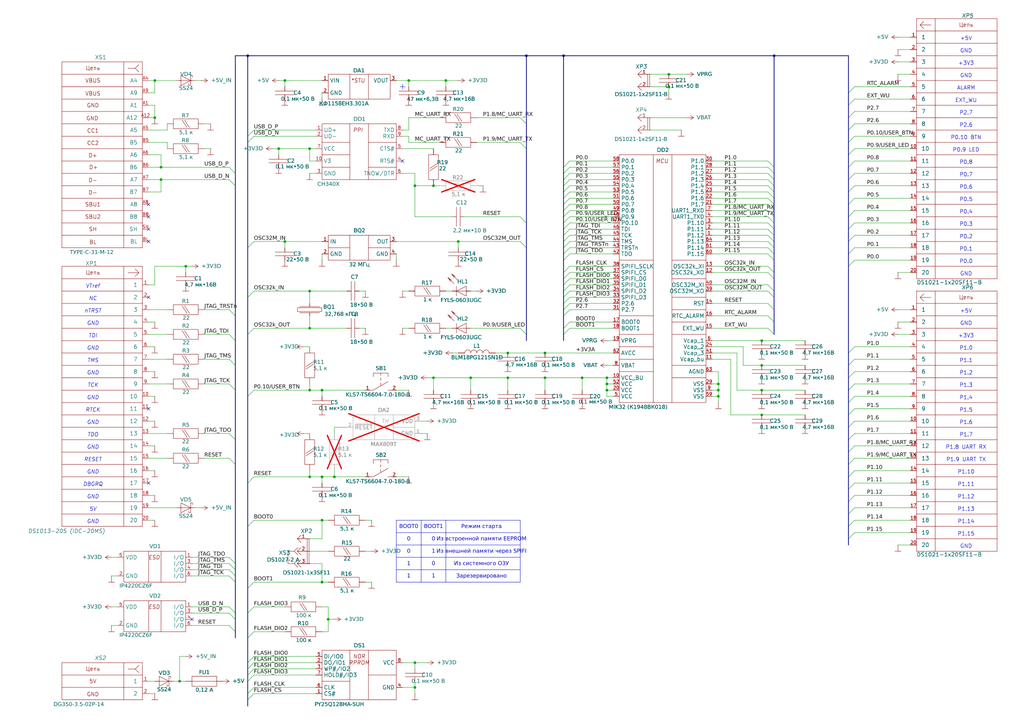
<source format=kicad_sch>
(kicad_sch (version 20231120) (generator "eeschema") (generator_version "8.0")
  (paper "A3")
  (title_block (date "23.12.24") (rev "3"))
  (lib_symbols
    (symbol "GOST:32MHz Crystal Resonator" (pin_names (offset 0.7))
      (property "Reference" "BQ" (at 0 5.08 0))
      (property "Value" "32 МГц" (at -0.508 -9.144 0))
      (symbol "32MHz Crystal Resonator_1_1"
        (pin passive line (at -15.24 0 0) (length 2.54) (name "IN") (number "1"))
        (pin passive line (at -15.24 -5.08 0) (length 2.54) (name "GND") (number "2"))
        (pin passive line (at 15.24 0 180) (length 2.54) (name "OUT") (number "3"))
        (pin passive line (at 15.24 -5.08 180) (length 2.54) (name "GND") (number "4"))
      )
    )
    (symbol "GOST:BLM18PG121SN1D" (pin_numbers hide) (pin_names (offset 0) hide)
      (property "Reference" "L" (at -0.1574 3.2691 0))
      (property "Value" "BLM18PG121SN1D" (at 0.0556 -1.8068 0))
      (symbol "BLM18PG121SN1D_1_1"
        (pin passive line (at -7.62 0 0) (length 2.62) (name "~") (number "1"))
        (pin passive line (at 7.62 0 180) (length 2.62) (name "~") (number "2"))
      )
    )
    (symbol "GOST:Buttom SMD 6x6 mm, h=7mm" (pin_names (offset 0) hide)
      (property "Reference" "SB" (at 6.096 9.144 0))
      (property "Value" "KLS7-TS6604-7.0-180-B" (at 5.969 -2.286 0))
      (symbol "Buttom SMD 6x6 mm, h=7mm_1_1"
        (pin passive line (at 0 0 0) (length 1.81) (name "~") (number "1"))
        (pin passive line (at 12.7 0 180) (length 1.81) (name "2") (number "2"))
      )
    )
    (symbol "GOST:CH340X" (pin_names (offset 0.7))
      (property "Reference" "DD" (at 0 5.08 0))
      (property "Value" "CH340X" (at -12.5245 -21.9291 0))
      (symbol "CH340X_1_1"
        (text "PPI" (at -0.508 0 0) (effects (font (size 1.6 1.6) (italic yes))))
        (pin passive line (at -17.78 0 0) (length 2.54) (name "UD+") (number "1"))
        (pin passive line (at -17.78 -12.7 0) (length 2.54) (name "V3") (number "10"))
        (pin passive line (at -17.78 -2.54 0) (length 2.54) (name "UD-") (number "2"))
        (pin passive line (at -17.78 -17.78 0) (length 2.54) (name "GND") (number "3"))
        (pin passive line (at 17.78 -12.7 180) (length 2.54) (name "RTS#") (number "4"))
        (pin passive line (at 17.78 -7.62 180) (length 2.54) (name "CTS#") (number "5"))
        (pin passive line (at 17.78 -17.78 180) (length 2.54) (name "TNOW/DTR") (number "6"))
        (pin passive line (at -17.78 -7.62 0) (length 2.54) (name "VCC") (number "7"))
        (pin passive line (at 17.78 0 180) (length 2.54) (name "TXD") (number "8"))
        (pin passive line (at 17.78 -2.54 180) (length 2.54) (name "RXD") (number "9"))
      )
    )
    (symbol "GOST:Capacitor" (pin_numbers hide) (pin_names hide)
      (property "Reference" "C" (at 1.778 2.032 0))
      (symbol "Capacitor_1_1"
        (pin passive line (at 0 2.54 270) (length 1.79) (name "~") (number "1"))
        (pin passive line (at 0 -2.54 90) (length 1.79) (name "~") (number "2"))
      )
    )
    (symbol "GOST:Connector_20pin" (pin_names (offset 2))
      (property "Reference" "XP" (at 22.86 9.144 0))
      (symbol "Connector_20pin_1_1"
        (text "Цепь" (at 22.86 5.08 0) (effects (font (size 1.6002 1.6002))))
        (pin passive line (at 0 0 0) (length 2.54) (name "1") (number "1"))
        (pin passive line (at 0 -45.72 0) (length 2.54) (name "10") (number "10"))
        (pin passive line (at 0 -50.8 0) (length 2.54) (name "11") (number "11"))
        (pin passive line (at 0 -55.88 0) (length 2.54) (name "12") (number "12"))
        (pin passive line (at 0 -60.96 0) (length 2.54) (name "13") (number "13"))
        (pin passive line (at 0 -66.04 0) (length 2.54) (name "14") (number "14"))
        (pin passive line (at 0 -71.12 0) (length 2.54) (name "15") (number "15"))
        (pin passive line (at 0 -76.2 0) (length 2.54) (name "16") (number "16"))
        (pin passive line (at 0 -81.28 0) (length 2.54) (name "17") (number "17"))
        (pin passive line (at 0 -86.36 0) (length 2.54) (name "18") (number "18"))
        (pin passive line (at 0 -91.44 0) (length 2.54) (name "19") (number "19"))
        (pin passive line (at 0 -5.08 0) (length 2.54) (name "2") (number "2"))
        (pin passive line (at 0 -96.52 0) (length 2.54) (name "20") (number "20"))
        (pin passive line (at 0 -10.16 0) (length 2.54) (name "3") (number "3"))
        (pin passive line (at 0 -15.24 0) (length 2.54) (name "4") (number "4"))
        (pin passive line (at 0 -20.32 0) (length 2.54) (name "5") (number "5"))
        (pin passive line (at 0 -25.4 0) (length 2.54) (name "6") (number "6"))
        (pin passive line (at 0 -30.48 0) (length 2.54) (name "7") (number "7"))
        (pin passive line (at 0 -35.56 0) (length 2.54) (name "8") (number "8"))
        (pin passive line (at 0 -40.64 0) (length 2.54) (name "9") (number "9"))
      )
    )
    (symbol "GOST:DG350-3.5-02P-14" (pin_names (offset 2))
      (property "Reference" "XP" (at 22.86 9.144 0))
      (property "Value" "DG350-3.5-02P-14" (at 9.652 -9.398 0))
      (symbol "DG350-3.5-02P-14_1_1"
        (text "5V" (at 22.86 0 0) (effects (font (size 1.6002 1.6002))))
        (text "GND" (at 22.86 -5.334 0) (effects (font (size 1.6002 1.6002))))
        (text "Цепь" (at 22.86 5.08 0) (effects (font (size 1.6002 1.6002))))
        (pin passive line (at 0 0 0) (length 2.54) (name "1") (number "1"))
        (pin passive line (at 0 -5.08 0) (length 2.54) (name "2") (number "2"))
      )
    )
    (symbol "GOST:DS1021-1x2SF11-B" (pin_names (offset 2) hide)
      (property "Reference" "XP" (at 2.54 2.921 0))
      (property "Value" "DS1021-1x2SF11-B" (at 6.604 -8.255 0))
      (symbol "DS1021-1x2SF11-B_1_1"
        (pin passive line (at 5.08 0 180) (length 5.08) (name "~") (number "1"))
        (pin passive line (at 5.08 -5.08 180) (length 5.08) (name "~") (number "2"))
      )
    )
    (symbol "GOST:DS1021-1x3SF11-B" (pin_names (offset 2) hide)
      (property "Reference" "XP" (at 2.54 3.81 0))
      (property "Value" "DS1021-1x3SF11-B" (at 6.35 -13.97 0))
      (symbol "DS1021-1x3SF11-B_1_1"
        (pin passive line (at 5.08 0 180) (length 5.08) (name "~") (number "1"))
        (pin passive line (at 5.08 -5.08 180) (length 5.08) (name "~") (number "2"))
        (pin passive line (at 5.08 -10.16 180) (length 5.08) (name "~") (number "3"))
      )
    )
    (symbol "GOST:DS1027-2 A" (pin_names (offset 2) hide) (on_board no)
      (property "Reference" "XS" (at -1.27 2.54 0))
      (property "Value" "DS1027-2 A" (at -1.27 -8.89 0))
    )
    (symbol "GOST:Fuse_1206" (pin_numbers hide) (pin_names (offset 0) hide)
      (property "Reference" "FU" (at -0.254 4.318 0))
      (property "Value" "0,12 А" (at 0 -3.5 0))
      (symbol "Fuse_1206_1_1"
        (pin passive line (at -7.62 0 0) (length 2.54) (name "~") (number "1"))
        (pin passive line (at 7.62 0 180) (length 2.54) (name "~") (number "2"))
      )
    )
    (symbol "GOST:GND" (power) (pin_numbers hide) (pin_names (offset 0) hide)
      (property "Value" "GND" (at 0 -3.81 0))
      (symbol "GND_1_1"
        (pin power_in line (at 0 0 270) (length 0) (name "~") (number "1"))
      )
    )
    (symbol "GOST:IP4220CZ6F" (pin_names (offset 0.7))
      (property "Reference" "VD" (at 0 5.08 0))
      (property "Value" "IP4220CZ6F" (at -8.128 -11.684 0))
      (symbol "IP4220CZ6F_1_1"
        (text "ESD" (at -0.254 0 0) (effects (font (size 1.6 1.6) (italic yes))))
        (pin passive line (at 15.24 0 180) (length 2.54) (name "I/O") (number "1"))
        (pin passive line (at -15.24 -7.62 0) (length 2.54) (name "GND") (number "2"))
        (pin passive line (at 15.24 -2.54 180) (length 2.54) (name "I/O") (number "3"))
        (pin passive line (at 15.24 -5.08 180) (length 2.54) (name "I/O") (number "4"))
        (pin passive line (at -15.24 0 0) (length 2.54) (name "VDD") (number "5"))
        (pin passive line (at 15.24 -7.62 180) (length 2.54) (name "I/O") (number "6"))
      )
    )
    (symbol "GOST:KX–327NHT" (pin_numbers hide) (pin_names (offset 0.7) hide)
      (property "Reference" "BQ" (at 2.286 3.81 0))
      (property "Value" "32,768 кГц" (at 5.334 -3.048 0))
      (symbol "KX–327NHT_1_1"
        (pin passive line (at 0 2.54 270) (length 1.25) (name "~") (number "1"))
        (pin passive line (at 0 -2.54 90) (length 1.25) (name "~") (number "2"))
      )
    )
    (symbol "GOST:LED" (pin_numbers hide) (pin_names (offset 0) hide)
      (property "Reference" "HL" (at 0 3.81 0))
      (property "Value" "FYLS-0603UGC" (at 0 -3.5 0))
      (symbol "LED_1_1"
        (pin passive line (at 3.81 0 180) (length 1.81) (name "~") (number "1"))
        (pin passive line (at -3.81 0 0) (length 1.81) (name "~") (number "2"))
      )
    )
    (symbol "GOST:MAX809T" (pin_names (offset 0.7))
      (property "Reference" "DA" (at 0 5.08 0))
      (property "Value" "MAX809T" (at -8.9803 -9.1522 0))
      (symbol "MAX809T_1_1"
        (text "TH" (at -0.508 0 0) (effects (font (size 1.6 1.6) (italic yes))))
        (pin passive line (at -15.24 -5.08 0) (length 2.54) (name "GND") (number "1"))
        (pin passive line (at 15.24 -2.54 180) (length 2.54) (name "~{RESET}") (number "2"))
        (pin passive line (at -15.24 0 0) (length 2.54) (name "VDD") (number "3"))
      )
    )
    (symbol "GOST:MIK32" (pin_names (offset 0.7))
      (property "Reference" "DD" (at 0 22.86 0))
      (property "Value" "MIK32 (К1948ВК018)" (at -10.16 -83.058 0))
      (symbol "MIK32_1_1"
        (text "MCU" (at -0.254 17.78 0) (effects (font (size 1.6 1.6) (italic yes))))
        (pin passive line (at 20.32 -12.7 180) (length 2.54) (name "P1.12") (number "1"))
        (pin passive line (at -20.32 -71.12 0) (length 2.54) (name "VCC_BU") (number "10"))
        (pin passive line (at 20.32 -63.5 180) (length 2.54) (name "Vcap_bu") (number "11"))
        (pin passive line (at 20.32 -27.94 180) (length 2.54) (name "OSC32k_XO") (number "12"))
        (pin passive line (at 20.32 -25.4 180) (length 2.54) (name "OSC32k_XI") (number "13"))
        (pin passive line (at 20.32 -40.64 180) (length 2.54) (name "RST") (number "14"))
        (pin passive line (at 20.32 -50.8 180) (length 2.54) (name "EXT_WU") (number "15"))
        (pin passive line (at 20.32 -45.72 180) (length 2.54) (name "RTC_ALARM") (number "16"))
        (pin passive line (at -20.32 -48.26 0) (length 2.54) (name "BOOT0") (number "17"))
        (pin passive line (at -20.32 -50.8 0) (length 2.54) (name "BOOT1") (number "18"))
        (pin passive line (at -20.32 -55.88 0) (length 2.54) (name "VPRG") (number "19"))
        (pin passive line (at 20.32 -10.16 180) (length 2.54) (name "P1.11") (number "2"))
        (pin passive line (at -20.32 -76.2 0) (length 2.54) (name "VCC") (number "20"))
        (pin passive line (at 20.32 0 180) (length 2.54) (name "P1.7") (number "21"))
        (pin passive line (at 20.32 2.54 180) (length 2.54) (name "P1.6") (number "22"))
        (pin passive line (at 20.32 5.08 180) (length 2.54) (name "P1.5") (number "23"))
        (pin passive line (at 20.32 -58.42 180) (length 2.54) (name "Vcap_2") (number "24"))
        (pin passive line (at 20.32 7.62 180) (length 2.54) (name "P1.4") (number "25"))
        (pin passive line (at 20.32 10.16 180) (length 2.54) (name "P1.3") (number "26"))
        (pin passive line (at 20.32 12.7 180) (length 2.54) (name "P1.2") (number "27"))
        (pin passive line (at 20.32 15.24 180) (length 2.54) (name "P1.1") (number "28"))
        (pin passive line (at 20.32 -73.66 180) (length 2.54) (name "VSS") (number "29"))
        (pin passive line (at 20.32 -7.62 180) (length 2.54) (name "P1.10") (number "3"))
        (pin passive line (at 20.32 17.78 180) (length 2.54) (name "P1.0") (number "30"))
        (pin passive line (at -20.32 -43.18 0) (length 2.54) (name "P2.7") (number "31"))
        (pin passive line (at -20.32 -40.64 0) (length 2.54) (name "P2.6") (number "32"))
        (pin passive line (at -20.32 -38.1 0) (length 2.54) (name "SPIFI_D3") (number "33"))
        (pin passive line (at -20.32 -35.56 0) (length 2.54) (name "SPIFI_D2") (number "34"))
        (pin passive line (at -20.32 -33.02 0) (length 2.54) (name "SPIFI_D1") (number "35"))
        (pin passive line (at -20.32 -30.48 0) (length 2.54) (name "SPIFI_D0") (number "36"))
        (pin passive line (at -20.32 -27.94 0) (length 2.54) (name "SPIFI_CS") (number "37"))
        (pin passive line (at -20.32 -25.4 0) (length 2.54) (name "SPIFI_SCLK") (number "38"))
        (pin passive line (at 20.32 -35.56 180) (length 2.54) (name "OSC32M_XO") (number "39"))
        (pin passive line (at 20.32 -5.08 180) (length 2.54) (name "UART1_TXD") (number "4"))
        (pin passive line (at 20.32 -33.02 180) (length 2.54) (name "OSC32M_XI") (number "40"))
        (pin passive line (at 20.32 -60.96 180) (length 2.54) (name "Vcap_3") (number "41"))
        (pin passive line (at -20.32 -20.32 0) (length 2.54) (name "TDO") (number "42"))
        (pin passive line (at -20.32 -17.78 0) (length 2.54) (name "TRSTn") (number "43"))
        (pin passive line (at -20.32 -15.24 0) (length 2.54) (name "TMS") (number "44"))
        (pin passive line (at -20.32 -12.7 0) (length 2.54) (name "TCK") (number "45"))
        (pin passive line (at -20.32 -10.16 0) (length 2.54) (name "TDI") (number "46"))
        (pin passive line (at -20.32 -7.62 0) (length 2.54) (name "P0.10") (number "47"))
        (pin passive line (at -20.32 -5.08 0) (length 2.54) (name "P0.9") (number "48"))
        (pin passive line (at -20.32 -2.54 0) (length 2.54) (name "P0.8") (number "49"))
        (pin passive line (at -20.32 -78.74 0) (length 2.54) (name "VCC") (number "5"))
        (pin passive line (at -20.32 0 0) (length 2.54) (name "P0.7") (number "50"))
        (pin passive line (at -20.32 2.54 0) (length 2.54) (name "P0.6") (number "51"))
        (pin passive line (at -20.32 -73.66 0) (length 2.54) (name "VCC") (number "52"))
        (pin passive line (at -20.32 5.08 0) (length 2.54) (name "P0.5") (number "53"))
        (pin passive line (at -20.32 7.62 0) (length 2.54) (name "P0.4") (number "54"))
        (pin passive line (at -20.32 10.16 0) (length 2.54) (name "P0.3") (number "55"))
        (pin passive line (at -20.32 12.7 0) (length 2.54) (name "P0.2") (number "56"))
        (pin passive line (at -20.32 15.24 0) (length 2.54) (name "P0.1") (number "57"))
        (pin passive line (at -20.32 17.78 0) (length 2.54) (name "P0.0") (number "58"))
        (pin passive line (at 20.32 -78.74 180) (length 2.54) (name "VSS") (number "59"))
        (pin passive line (at 20.32 -55.88 180) (length 2.54) (name "Vcap_1") (number "6"))
        (pin passive line (at 20.32 -20.32 180) (length 2.54) (name "P1.15") (number "60"))
        (pin passive line (at 20.32 -17.78 180) (length 2.54) (name "P1.14") (number "61"))
        (pin passive line (at -20.32 -60.96 0) (length 2.54) (name "AVCC") (number "62"))
        (pin passive line (at 20.32 -68.58 180) (length 2.54) (name "AGND") (number "63"))
        (pin passive line (at 20.32 -15.24 180) (length 2.54) (name "P1.13") (number "64"))
        (pin passive line (at 20.32 -2.54 180) (length 2.54) (name "UART1_RXD") (number "7"))
        (pin passive line (at -20.32 -66.04 0) (length 2.54) (name "VBAT") (number "8"))
        (pin passive line (at 20.32 -76.2 180) (length 2.54) (name "VSS") (number "9"))
      )
    )
    (symbol "GOST:PY25Q128HA-SUH" (pin_names (offset 0.7))
      (property "Reference" "DS" (at 0 5.08 0))
      (property "Value" "PY25Q128HA-SUH" (at -8.117 -19.4316 0))
      (symbol "PY25Q128HA-SUH_1_1"
        (text "NOR" (at 0 0 0) (effects (font (size 1.6 1.6) (italic yes))))
        (text "RPROM" (at 0 -2.54 0) (effects (font (size 1.6 1.6) (italic yes))))
        (pin passive line (at -17.78 -15.24 0) (length 2.54) (name "CS#") (number "1"))
        (pin passive line (at -17.78 -2.54 0) (length 2.54) (name "DO/IO1") (number "2"))
        (pin passive line (at -17.78 -5.08 0) (length 2.54) (name "WP#/IO2") (number "3"))
        (pin passive line (at 17.78 -12.7 180) (length 2.54) (name "GND") (number "4"))
        (pin passive line (at -17.78 0 0) (length 2.54) (name "DI/IO0") (number "5"))
        (pin passive line (at -17.78 -12.7 0) (length 2.54) (name "CLK") (number "6"))
        (pin passive line (at -17.78 -7.62 0) (length 2.54) (name "HOLD#/IO3") (number "7"))
        (pin passive line (at 17.78 -2.54 180) (length 2.54) (name "VCC") (number "8"))
      )
    )
    (symbol "GOST:Resistor_0603" (pin_numbers hide) (pin_names (offset 0) hide)
      (property "Reference" "R" (at 0 3.5 0))
      (property "Value" "1 к" (at 0 -3.5 0))
      (symbol "Resistor_0603_1_1"
        (pin passive line (at -7.62 0 0) (length 2.54) (name "~") (number "1"))
        (pin passive line (at 7.62 0 180) (length 2.54) (name "~") (number "2"))
      )
    )
    (symbol "GOST:SS24" (pin_numbers hide) (pin_names (offset 0) hide)
      (property "Reference" "VD" (at 0 3.5 0))
      (property "Value" "SS24" (at 0 -3.5 0))
      (symbol "SS24_1_1"
        (pin passive line (at 3.81 0 180) (length 1.81) (name "~") (number "1"))
        (pin passive line (at -3.81 0 0) (length 1.81) (name "~") (number "2"))
      )
    )
    (symbol "GOST:TYPE-C-31-M-12" (pin_names (offset 2))
      (property "Reference" "XS1" (at 19.685 9.525 0))
      (property "Value" "TУPE-C-31-M-12" (at 34.925 -70.485 0))
      (symbol "TYPE-C-31-M-12_1_1"
        (text "BL" (at 22.86 -66.294 0) (effects (font (size 1.6002 1.6002))))
        (text "CC1" (at 22.86 -20.574 0) (effects (font (size 1.6002 1.6002))))
        (text "CC2" (at 22.86 -25.654 0) (effects (font (size 1.6002 1.6002))))
        (text "D+" (at 22.606 -35.56 0) (effects (font (size 1.6002 1.6002))))
        (text "D+" (at 22.86 -30.734 0) (effects (font (size 1.6002 1.6002))))
        (text "D-" (at 22.86 -45.974 0) (effects (font (size 1.6002 1.6002))))
        (text "D-" (at 22.86 -40.894 0) (effects (font (size 1.6002 1.6002))))
        (text "GND" (at 22.86 -10.16 0) (effects (font (size 1.6002 1.6002))))
        (text "GND" (at 23.114 -15.494 0) (effects (font (size 1.6002 1.6002))))
        (text "SBU1" (at 22.86 -50.8 0) (effects (font (size 1.6002 1.6002))))
        (text "SBU2" (at 22.86 -55.88 0) (effects (font (size 1.6002 1.6002))))
        (text "SH" (at 22.86 -60.96 0) (effects (font (size 1.6002 1.6002))))
        (text "VBUS" (at 22.86 -5.334 0) (effects (font (size 1.6002 1.6002))))
        (text "VBUS" (at 22.86 0 0) (effects (font (size 1.6002 1.6002))))
        (text "Цепь" (at 22.86 5.08 0) (effects (font (size 1.6002 1.6002))))
        (pin passive line (at 0 -10.16 0) (length 2.54) (name "A1") (number "A1"))
        (pin passive line (at 0 -15.24 0) (length 2.54) (name "A12") (number "A12"))
        (pin passive line (at 0 0 0) (length 2.54) (name "A4") (number "A4"))
        (pin passive line (at 0 -20.32 0) (length 2.54) (name "A5") (number "A5"))
        (pin passive line (at 0 -30.48 0) (length 2.54) (name "A6") (number "A6"))
        (pin passive line (at 0 -40.64 0) (length 2.54) (name "A7") (number "A7"))
        (pin passive line (at 0 -50.8 0) (length 2.54) (name "A8") (number "A8"))
        (pin passive line (at 0 -5.08 0) (length 2.54) (name "A9") (number "A9"))
        (pin passive line (at 0 -25.4 0) (length 2.54) (name "B5") (number "B5"))
        (pin passive line (at 0 -35.56 0) (length 2.54) (name "B6") (number "B6"))
        (pin passive line (at 0 -45.72 0) (length 2.54) (name "B7") (number "B7"))
        (pin passive line (at 0 -55.88 0) (length 2.54) (name "B8") (number "B8"))
        (pin passive line (at 0 -66.04 0) (length 2.54) (name "BL") (number "BL"))
        (pin passive line (at 0 -60.96 0) (length 2.54) (name "SH") (number "SH"))
      )
    )
    (symbol "GOST:КФ1158ЕН3.301А" (pin_names (offset 0.7))
      (property "Reference" "DA" (at 0 5.08 0))
      (property "Value" "КФ1158ЕН3.301А" (at -6.604 -9.144 0))
      (symbol "КФ1158ЕН3.301А_1_1"
        (text "*STU" (at -0.508 0 0) (effects (font (size 1.6 1.6) (italic yes))))
        (pin passive line (at -15.24 0 0) (length 2.54) (name "VIN") (number "1"))
        (pin passive line (at -15.24 -5.08 0) (length 2.54) (name "GND") (number "2"))
        (pin passive line (at 15.24 0 180) (length 2.54) (name "VOUT") (number "3"))
      )
    )
    (symbol "power:+5V" (power) (pin_numbers hide) (pin_names (offset 0) hide)
      (property "Value" "+5V" (at 0 3.556 0))
      (symbol "+5V_1_1"
        (pin power_in line (at 0 0 90) (length 0) (name "~") (number "1"))
      )
    )
  )
  (junction (at 132.08 160.02))
  (junction (at 116.84 99.06))
  (junction (at 215.9 22.86))
  (junction (at 134.62 254))
  (junction (at 132.08 238.76))
  (junction (at 294.64 160.02))
  (junction (at 170.18 281.94))
  (junction (at 312.42 149.86))
  (junction (at 177.8 154.94))
  (junction (at 132.08 213.36))
  (junction (at 127 134.62))
  (junction (at 127 160.02))
  (junction (at 127 60.96))
  (junction (at 193.04 154.94))
  (junction (at 223.52 154.94))
  (junction (at 312.42 170.18))
  (junction (at 132.08 195.58))
  (junction (at 167.64 33.02))
  (junction (at 208.28 154.94))
  (junction (at 127 119.38))
  (junction (at 76.2 109.22))
  (junction (at 116.84 33.02))
  (junction (at 294.64 162.56))
  (junction (at 294.64 157.48))
  (junction (at 73.66 279.4))
  (junction (at 312.42 139.7))
  (junction (at 231.14 22.86))
  (junction (at 170.18 76.2))
  (junction (at 177.8 76.2))
  (junction (at 248.92 154.94))
  (junction (at 137.16 195.58))
  (junction (at 101.6 22.86))
  (junction (at 127 195.58))
  (junction (at 274.32 30.48))
  (junction (at 182.88 33.02))
  (junction (at 248.92 160.02))
  (junction (at 187.96 99.06))
  (junction (at 66.04 68.58))
  (junction (at 238.76 154.94))
  (junction (at 312.42 160.02))
  (junction (at 114.3 60.96))
  (junction (at 223.52 144.78))
  (junction (at 248.92 157.48))
  (junction (at 63.5 33.02))
  (junction (at 208.28 144.78))
  (junction (at 317.5 22.86))
  (junction (at 274.32 35.56))
  (junction (at 63.5 48.26))
  (junction (at 170.18 271.78))
  (junction (at 66.04 73.66))
  (no_connect (at 60.96 167.64))
  (no_connect (at 60.96 83.82))
  (no_connect (at 78.74 254))
  (no_connect (at 60.96 93.98))
  (no_connect (at 60.96 99.06))
  (no_connect (at 60.96 88.9))
  (no_connect (at 165.1 66.04))
  (no_connect (at 60.96 198.12))
  (no_connect (at 60.96 121.92))
  (bus_entry (at 314.96 101.6) (size 2.54 2.54))
  (bus_entry (at 96.52 231.14) (size -2.54 -2.54))
  (bus_entry (at 213.36 48.26) (size 2.54 2.54))
  (bus_entry (at 314.96 66.04) (size 2.54 2.54))
  (bus_entry (at 233.68 73.66) (size -2.54 2.54))
  (bus_entry (at 101.6 55.88) (size 2.54 -2.54))
  (bus_entry (at 314.96 119.38) (size 2.54 2.54))
  (bus_entry (at 101.6 251.46) (size 2.54 -2.54))
  (bus_entry (at 233.68 81.28) (size -2.54 2.54))
  (bus_entry (at 233.68 86.36) (size -2.54 2.54))
  (bus_entry (at 314.96 76.2) (size 2.54 2.54))
  (bus_entry (at 96.52 160.02) (size -2.54 -2.54))
  (bus_entry (at 233.68 119.38) (size -2.54 2.54))
  (bus_entry (at 233.68 111.76) (size -2.54 2.54))
  (bus_entry (at 347.98 215.9) (size 2.54 -2.54))
  (bus_entry (at 347.98 68.58) (size 2.54 -2.54))
  (bus_entry (at 233.68 71.12) (size -2.54 2.54))
  (bus_entry (at 314.96 99.06) (size 2.54 2.54))
  (bus_entry (at 347.98 210.82) (size 2.54 -2.54))
  (bus_entry (at 347.98 180.34) (size 2.54 -2.54))
  (bus_entry (at 233.68 68.58) (size -2.54 2.54))
  (bus_entry (at 347.98 78.74) (size 2.54 -2.54))
  (bus_entry (at 213.36 99.06) (size 2.54 2.54))
  (bus_entry (at 233.68 121.92) (size -2.54 2.54))
  (bus_entry (at 101.6 215.9) (size 2.54 -2.54))
  (bus_entry (at 233.68 83.82) (size -2.54 2.54))
  (bus_entry (at 314.96 73.66) (size 2.54 2.54))
  (bus_entry (at 314.96 68.58) (size 2.54 2.54))
  (bus_entry (at 347.98 63.5) (size 2.54 -2.54))
  (bus_entry (at 347.98 88.9) (size 2.54 -2.54))
  (bus_entry (at 101.6 261.62) (size 2.54 -2.54))
  (bus_entry (at 233.68 109.22) (size -2.54 2.54))
  (bus_entry (at 101.6 276.86) (size 2.54 -2.54))
  (bus_entry (at 347.98 175.26) (size 2.54 -2.54))
  (bus_entry (at 314.96 86.36) (size 2.54 2.54))
  (bus_entry (at 347.98 195.58) (size 2.54 -2.54))
  (bus_entry (at 96.52 236.22) (size -2.54 -2.54))
  (bus_entry (at 314.96 83.82) (size 2.54 2.54))
  (bus_entry (at 347.98 104.14) (size 2.54 -2.54))
  (bus_entry (at 314.96 81.28) (size 2.54 2.54))
  (bus_entry (at 233.68 99.06) (size -2.54 2.54))
  (bus_entry (at 101.6 279.4) (size 2.54 -2.54))
  (bus_entry (at 347.98 58.42) (size 2.54 -2.54))
  (bus_entry (at 347.98 83.82) (size 2.54 -2.54))
  (bus_entry (at 233.68 66.04) (size -2.54 2.54))
  (bus_entry (at 314.96 91.44) (size 2.54 2.54))
  (bus_entry (at 233.68 127) (size -2.54 2.54))
  (bus_entry (at 96.52 149.86) (size -2.54 -2.54))
  (bus_entry (at 233.68 78.74) (size -2.54 2.54))
  (bus_entry (at 213.36 134.62) (size 2.54 2.54))
  (bus_entry (at 314.96 71.12) (size 2.54 2.54))
  (bus_entry (at 233.68 93.98) (size -2.54 2.54))
  (bus_entry (at 101.6 101.6) (size 2.54 -2.54))
  (bus_entry (at 101.6 287.02) (size 2.54 -2.54))
  (bus_entry (at 314.96 116.84) (size 2.54 2.54))
  (bus_entry (at 347.98 170.18) (size 2.54 -2.54))
  (bus_entry (at 347.98 165.1) (size 2.54 -2.54))
  (bus_entry (at 347.98 200.66) (size 2.54 -2.54))
  (bus_entry (at 233.68 104.14) (size -2.54 2.54))
  (bus_entry (at 233.68 124.46) (size -2.54 2.54))
  (bus_entry (at 96.52 238.76) (size -2.54 -2.54))
  (bus_entry (at 347.98 99.06) (size 2.54 -2.54))
  (bus_entry (at 101.6 274.32) (size 2.54 -2.54))
  (bus_entry (at 233.68 96.52) (size -2.54 2.54))
  (bus_entry (at 96.52 76.2) (size -2.54 -2.54))
  (bus_entry (at 96.52 139.7) (size -2.54 -2.54))
  (bus_entry (at 233.68 76.2) (size -2.54 2.54))
  (bus_entry (at 314.96 88.9) (size 2.54 2.54))
  (bus_entry (at 314.96 104.14) (size 2.54 2.54))
  (bus_entry (at 96.52 129.54) (size -2.54 -2.54))
  (bus_entry (at 233.68 91.44) (size -2.54 2.54))
  (bus_entry (at 233.68 101.6) (size -2.54 2.54))
  (bus_entry (at 314.96 78.74) (size 2.54 2.54))
  (bus_entry (at 96.52 233.68) (size -2.54 -2.54))
  (bus_entry (at 96.52 251.46) (size -2.54 -2.54))
  (bus_entry (at 314.96 109.22) (size 2.54 2.54))
  (bus_entry (at 101.6 198.12) (size 2.54 -2.54))
  (bus_entry (at 347.98 109.22) (size 2.54 -2.54))
  (bus_entry (at 101.6 58.42) (size 2.54 -2.54))
  (bus_entry (at 101.6 162.56) (size 2.54 -2.54))
  (bus_entry (at 347.98 53.34) (size 2.54 -2.54))
  (bus_entry (at 347.98 38.1) (size 2.54 -2.54))
  (bus_entry (at 347.98 73.66) (size 2.54 -2.54))
  (bus_entry (at 213.36 58.42) (size 2.54 2.54))
  (bus_entry (at 314.96 134.62) (size 2.54 2.54))
  (bus_entry (at 347.98 144.78) (size 2.54 -2.54))
  (bus_entry (at 347.98 43.18) (size 2.54 -2.54))
  (bus_entry (at 96.52 259.08) (size -2.54 -2.54))
  (bus_entry (at 101.6 271.78) (size 2.54 -2.54))
  (bus_entry (at 96.52 71.12) (size -2.54 -2.54))
  (bus_entry (at 347.98 154.94) (size 2.54 -2.54))
  (bus_entry (at 96.52 190.5) (size -2.54 -2.54))
  (bus_entry (at 314.96 129.54) (size 2.54 2.54))
  (bus_entry (at 347.98 160.02) (size 2.54 -2.54))
  (bus_entry (at 213.36 88.9) (size 2.54 2.54))
  (bus_entry (at 96.52 180.34) (size -2.54 -2.54))
  (bus_entry (at 101.6 241.3) (size 2.54 -2.54))
  (bus_entry (at 347.98 93.98) (size 2.54 -2.54))
  (bus_entry (at 347.98 205.74) (size 2.54 -2.54))
  (bus_entry (at 314.96 124.46) (size 2.54 2.54))
  (bus_entry (at 101.6 121.92) (size 2.54 -2.54))
  (bus_entry (at 347.98 220.98) (size 2.54 -2.54))
  (bus_entry (at 233.68 114.3) (size -2.54 2.54))
  (bus_entry (at 233.68 134.62) (size -2.54 2.54))
  (bus_entry (at 101.6 137.16) (size 2.54 -2.54))
  (bus_entry (at 347.98 149.86) (size 2.54 -2.54))
  (bus_entry (at 347.98 185.42) (size 2.54 -2.54))
  (bus_entry (at 233.68 116.84) (size -2.54 2.54))
  (bus_entry (at 347.98 48.26) (size 2.54 -2.54))
  (bus_entry (at 347.98 190.5) (size 2.54 -2.54))
  (bus_entry (at 101.6 284.48) (size 2.54 -2.54))
  (bus_entry (at 314.96 93.98) (size 2.54 2.54))
  (bus_entry (at 96.52 254) (size -2.54 -2.54))
  (bus_entry (at 314.96 111.76) (size 2.54 2.54))
  (bus_entry (at 233.68 132.08) (size -2.54 2.54))
  (bus_entry (at 314.96 96.52) (size 2.54 2.54))
  (bus_entry (at 233.68 88.9) (size -2.54 2.54))
  (wire (pts (xy 350.52 208.28) (xy 373.38 208.28)))
  (wire (pts (xy 68.58 60.96) (xy 68.58 58.42)))
  (wire (pts (xy 60.96 162.56) (xy 63.5 162.56)))
  (bus (pts (xy 317.5 111.76) (xy 317.5 114.3)))
  (wire (pts (xy 350.52 162.56) (xy 373.38 162.56)))
  (wire (pts (xy 233.68 127) (xy 251.46 127)))
  (wire (pts (xy 350.52 177.8) (xy 373.38 177.8)))
  (wire (pts (xy 233.68 134.62) (xy 251.46 134.62)))
  (wire (pts (xy 233.68 71.12) (xy 251.46 71.12)))
  (wire (pts (xy 350.52 142.24) (xy 373.38 142.24)))
  (wire (pts (xy 350.52 157.48) (xy 373.38 157.48)))
  (bus (pts (xy 231.14 83.82) (xy 231.14 86.36)))
  (wire (pts (xy 368.3 132.08) (xy 373.38 132.08)))
  (wire (pts (xy 198.12 76.2) (xy 195.58 76.2)))
  (polyline (pts (xy 182.88 233.68) (xy 182.88 238.76)))
  (wire (pts (xy 104.14 53.34) (xy 129.54 53.34)))
  (wire (pts (xy 45.72 228.6) (xy 48.26 228.6)))
  (bus (pts (xy 347.98 109.22) (xy 347.98 144.78)))
  (wire (pts (xy 233.68 116.84) (xy 251.46 116.84)))
  (wire (pts (xy 152.4 238.76) (xy 149.86 238.76)))
  (bus (pts (xy 101.6 271.78) (xy 101.6 274.32)))
  (wire (pts (xy 167.64 48.26) (xy 180.34 48.26)))
  (bus (pts (xy 347.98 58.42) (xy 347.98 63.5)))
  (wire (pts (xy 193.04 154.94) (xy 193.04 160.02)))
  (wire (pts (xy 137.16 254) (xy 134.62 254)))
  (polyline (pts (xy 172.72 238.76) (xy 182.88 238.76)))
  (wire (pts (xy 350.52 106.68) (xy 373.38 106.68)))
  (wire (pts (xy 292.1 91.44) (xy 314.96 91.44)))
  (wire (pts (xy 60.96 78.74) (xy 66.04 78.74)))
  (bus (pts (xy 347.98 78.74) (xy 347.98 83.82)))
  (bus (pts (xy 215.9 101.6) (xy 215.9 137.16)))
  (bus (pts (xy 96.52 129.54) (xy 96.52 76.2)))
  (wire (pts (xy 233.68 114.3) (xy 251.46 114.3)))
  (polyline (pts (xy 182.88 233.68) (xy 213.36 233.68)))
  (bus (pts (xy 96.52 231.14) (xy 96.52 190.5)))
  (wire (pts (xy 368.3 25.4) (xy 373.38 25.4)))
  (bus (pts (xy 101.6 121.92) (xy 101.6 137.16)))
  (wire (pts (xy 238.76 154.94) (xy 238.76 160.02)))
  (wire (pts (xy 132.08 238.76) (xy 134.62 238.76)))
  (bus (pts (xy 101.6 251.46) (xy 101.6 261.62)))
  (wire (pts (xy 165.1 271.78) (xy 170.18 271.78)))
  (wire (pts (xy 127 226.06) (xy 134.62 226.06)))
  (polyline (pts (xy 182.88 218.44) (xy 182.88 213.36)))
  (wire (pts (xy 104.14 276.86) (xy 129.54 276.86)))
  (wire (pts (xy 294.64 162.56) (xy 294.64 165.1)))
  (wire (pts (xy 60.96 116.84) (xy 63.5 116.84)))
  (wire (pts (xy 175.26 154.94) (xy 177.8 154.94)))
  (wire (pts (xy 292.1 83.82) (xy 314.96 83.82)))
  (bus (pts (xy 101.6 274.32) (xy 101.6 276.86)))
  (bus (pts (xy 101.6 241.3) (xy 101.6 251.46)))
  (wire (pts (xy 83.82 50.8) (xy 86.36 50.8)))
  (polyline (pts (xy 182.88 223.52) (xy 213.36 223.52)))
  (wire (pts (xy 60.96 127) (xy 68.58 127)))
  (bus (pts (xy 231.14 116.84) (xy 231.14 119.38)))
  (wire (pts (xy 233.68 104.14) (xy 251.46 104.14)))
  (wire (pts (xy 170.18 281.94) (xy 170.18 279.4)))
  (wire (pts (xy 292.1 139.7) (xy 312.42 139.7)))
  (wire (pts (xy 104.14 269.24) (xy 129.54 269.24)))
  (wire (pts (xy 233.68 109.22) (xy 251.46 109.22)))
  (wire (pts (xy 233.68 119.38) (xy 251.46 119.38)))
  (wire (pts (xy 177.8 154.94) (xy 193.04 154.94)))
  (wire (pts (xy 132.08 220.98) (xy 132.08 213.36)))
  (wire (pts (xy 203.2 144.78) (xy 208.28 144.78)))
  (wire (pts (xy 233.68 91.44) (xy 251.46 91.44)))
  (polyline (pts (xy 182.88 223.52) (xy 182.88 228.6)))
  (wire (pts (xy 167.64 48.26) (xy 167.64 53.34)))
  (wire (pts (xy 182.88 119.38) (xy 185.42 119.38)))
  (bus (pts (xy 215.9 22.86) (xy 215.9 50.8)))
  (wire (pts (xy 162.56 99.06) (xy 187.96 99.06)))
  (bus (pts (xy 101.6 22.86) (xy 101.6 55.88)))
  (wire (pts (xy 127 231.14) (xy 132.08 231.14)))
  (wire (pts (xy 60.96 48.26) (xy 63.5 48.26)))
  (wire (pts (xy 368.3 127) (xy 373.38 127)))
  (wire (pts (xy 60.96 43.18) (xy 63.5 43.18)))
  (wire (pts (xy 292.1 160.02) (xy 294.64 160.02)))
  (wire (pts (xy 233.68 78.74) (xy 251.46 78.74)))
  (bus (pts (xy 96.52 261.62) (xy 96.52 259.08)))
  (wire (pts (xy 165.1 119.38) (xy 167.64 119.38)))
  (bus (pts (xy 347.98 93.98) (xy 347.98 99.06)))
  (bus (pts (xy 317.5 91.44) (xy 317.5 93.98)))
  (bus (pts (xy 347.98 48.26) (xy 347.98 53.34)))
  (bus (pts (xy 347.98 175.26) (xy 347.98 180.34)))
  (wire (pts (xy 132.08 231.14) (xy 132.08 238.76)))
  (wire (pts (xy 76.2 109.22) (xy 76.2 111.76)))
  (bus (pts (xy 231.14 114.3) (xy 231.14 116.84)))
  (wire (pts (xy 60.96 187.96) (xy 68.58 187.96)))
  (wire (pts (xy 134.62 254) (xy 134.62 248.92)))
  (bus (pts (xy 317.5 22.86) (xy 317.5 68.58)))
  (bus (pts (xy 231.14 137.16) (xy 231.14 139.7)))
  (polyline (pts (xy 182.88 228.6) (xy 213.36 228.6)))
  (bus (pts (xy 317.5 78.74) (xy 317.5 81.28)))
  (wire (pts (xy 350.52 86.36) (xy 373.38 86.36)))
  (wire (pts (xy 350.52 66.04) (xy 373.38 66.04)))
  (wire (pts (xy 170.18 76.2) (xy 170.18 88.9)))
  (wire (pts (xy 292.1 142.24) (xy 304.8 142.24)))
  (bus (pts (xy 231.14 71.12) (xy 231.14 73.66)))
  (wire (pts (xy 137.16 195.58) (xy 149.86 195.58)))
  (wire (pts (xy 233.68 99.06) (xy 251.46 99.06)))
  (polyline (pts (xy 162.56 218.44) (xy 162.56 223.52)))
  (wire (pts (xy 292.1 78.74) (xy 314.96 78.74)))
  (bus (pts (xy 231.14 121.92) (xy 231.14 124.46)))
  (bus (pts (xy 347.98 210.82) (xy 347.98 215.9)))
  (wire (pts (xy 162.56 195.58) (xy 167.64 195.58)))
  (wire (pts (xy 312.42 160.02) (xy 330.2 160.02)))
  (wire (pts (xy 248.92 149.86) (xy 251.46 149.86)))
  (polyline (pts (xy 182.88 228.6) (xy 182.88 233.68)))
  (wire (pts (xy 170.18 71.12) (xy 170.18 76.2)))
  (wire (pts (xy 83.82 137.16) (xy 93.98 137.16)))
  (wire (pts (xy 292.1 86.36) (xy 314.96 86.36)))
  (wire (pts (xy 132.08 195.58) (xy 132.08 198.12)))
  (wire (pts (xy 127 160.02) (xy 132.08 160.02)))
  (wire (pts (xy 350.52 96.52) (xy 373.38 96.52)))
  (wire (pts (xy 302.26 160.02) (xy 312.42 160.02)))
  (wire (pts (xy 233.68 101.6) (xy 251.46 101.6)))
  (wire (pts (xy 177.8 154.94) (xy 177.8 160.02)))
  (wire (pts (xy 312.42 139.7) (xy 330.2 139.7)))
  (bus (pts (xy 101.6 261.62) (xy 101.6 271.78)))
  (wire (pts (xy 45.72 256.54) (xy 48.26 256.54)))
  (wire (pts (xy 292.1 157.48) (xy 294.64 157.48)))
  (bus (pts (xy 231.14 22.86) (xy 317.5 22.86)))
  (polyline (pts (xy 172.72 218.44) (xy 162.56 218.44)))
  (wire (pts (xy 350.52 147.32) (xy 373.38 147.32)))
  (wire (pts (xy 162.56 33.02) (xy 167.64 33.02)))
  (wire (pts (xy 266.7 48.26) (xy 281.94 48.26)))
  (wire (pts (xy 60.96 177.8) (xy 68.58 177.8)))
  (wire (pts (xy 60.96 172.72) (xy 63.5 172.72)))
  (wire (pts (xy 292.1 116.84) (xy 314.96 116.84)))
  (polyline (pts (xy 172.72 218.44) (xy 182.88 218.44)))
  (bus (pts (xy 317.5 73.66) (xy 317.5 76.2)))
  (bus (pts (xy 347.98 154.94) (xy 347.98 160.02)))
  (bus (pts (xy 317.5 99.06) (xy 317.5 101.6)))
  (bus (pts (xy 317.5 127) (xy 317.5 132.08)))
  (wire (pts (xy 60.96 157.48) (xy 68.58 157.48)))
  (wire (pts (xy 66.04 63.5) (xy 66.04 68.58)))
  (wire (pts (xy 152.4 213.36) (xy 149.86 213.36)))
  (bus (pts (xy 231.14 104.14) (xy 231.14 106.68)))
  (bus (pts (xy 347.98 160.02) (xy 347.98 165.1)))
  (wire (pts (xy 167.64 58.42) (xy 180.34 58.42)))
  (wire (pts (xy 165.1 60.96) (xy 177.8 60.96)))
  (bus (pts (xy 215.9 50.8) (xy 215.9 60.96)))
  (wire (pts (xy 60.96 142.24) (xy 63.5 142.24)))
  (bus (pts (xy 347.98 170.18) (xy 347.98 175.26)))
  (wire (pts (xy 60.96 152.4) (xy 63.5 152.4)))
  (wire (pts (xy 71.12 279.4) (xy 73.66 279.4)))
  (wire (pts (xy 266.7 35.56) (xy 274.32 35.56)))
  (wire (pts (xy 266.7 53.34) (xy 279.4 53.34)))
  (wire (pts (xy 73.66 279.4) (xy 76.2 279.4)))
  (wire (pts (xy 292.1 101.6) (xy 314.96 101.6)))
  (bus (pts (xy 231.14 124.46) (xy 231.14 127)))
  (bus (pts (xy 347.98 73.66) (xy 347.98 78.74)))
  (wire (pts (xy 223.52 154.94) (xy 238.76 154.94)))
  (bus (pts (xy 101.6 162.56) (xy 101.6 198.12)))
  (polyline (pts (xy 182.88 218.44) (xy 182.88 223.52)))
  (polyline (pts (xy 162.56 238.76) (xy 172.72 238.76)))
  (wire (pts (xy 368.3 20.32) (xy 373.38 20.32)))
  (wire (pts (xy 294.64 160.02) (xy 294.64 162.56)))
  (wire (pts (xy 233.68 86.36) (xy 251.46 86.36)))
  (wire (pts (xy 83.82 157.48) (xy 93.98 157.48)))
  (polyline (pts (xy 172.72 233.68) (xy 182.88 233.68)))
  (wire (pts (xy 208.28 154.94) (xy 223.52 154.94)))
  (wire (pts (xy 248.92 154.94) (xy 251.46 154.94)))
  (bus (pts (xy 231.14 127) (xy 231.14 129.54)))
  (wire (pts (xy 350.52 40.64) (xy 373.38 40.64)))
  (wire (pts (xy 312.42 149.86) (xy 330.2 149.86)))
  (bus (pts (xy 231.14 91.44) (xy 231.14 93.98)))
  (bus (pts (xy 347.98 220.98) (xy 347.98 223.52)))
  (wire (pts (xy 114.3 60.96) (xy 127 60.96)))
  (wire (pts (xy 292.1 152.4) (xy 294.64 152.4)))
  (wire (pts (xy 292.1 66.04) (xy 314.96 66.04)))
  (bus (pts (xy 317.5 71.12) (xy 317.5 73.66)))
  (wire (pts (xy 104.14 195.58) (xy 127 195.58)))
  (bus (pts (xy 231.14 88.9) (xy 231.14 91.44)))
  (wire (pts (xy 127 60.96) (xy 129.54 60.96)))
  (wire (pts (xy 292.1 147.32) (xy 299.72 147.32)))
  (wire (pts (xy 114.3 60.96) (xy 114.3 63.5)))
  (wire (pts (xy 350.52 193.04) (xy 373.38 193.04)))
  (wire (pts (xy 182.88 134.62) (xy 185.42 134.62)))
  (polyline (pts (xy 182.88 223.52) (xy 172.72 223.52)))
  (wire (pts (xy 292.1 96.52) (xy 314.96 96.52)))
  (polyline (pts (xy 172.72 228.6) (xy 182.88 228.6)))
  (wire (pts (xy 233.68 132.08) (xy 251.46 132.08)))
  (wire (pts (xy 137.16 175.26) (xy 137.16 177.8)))
  (wire (pts (xy 83.82 60.96) (xy 86.36 60.96)))
  (wire (pts (xy 76.2 109.22) (xy 78.74 109.22)))
  (wire (pts (xy 187.96 99.06) (xy 213.36 99.06)))
  (wire (pts (xy 132.08 160.02) (xy 149.86 160.02)))
  (wire (pts (xy 292.1 111.76) (xy 314.96 111.76)))
  (wire (pts (xy 63.5 33.02) (xy 72.39 33.02)))
  (wire (pts (xy 76.2 269.24) (xy 73.66 269.24)))
  (bus (pts (xy 347.98 149.86) (xy 347.98 154.94)))
  (bus (pts (xy 347.98 38.1) (xy 347.98 43.18)))
  (bus (pts (xy 231.14 81.28) (xy 231.14 83.82)))
  (bus (pts (xy 101.6 198.12) (xy 101.6 215.9)))
  (bus (pts (xy 96.52 149.86) (xy 96.52 139.7)))
  (wire (pts (xy 233.68 73.66) (xy 251.46 73.66)))
  (wire (pts (xy 350.52 60.96) (xy 373.38 60.96)))
  (wire (pts (xy 233.68 68.58) (xy 251.46 68.58)))
  (bus (pts (xy 231.14 86.36) (xy 231.14 88.9)))
  (polyline (pts (xy 172.72 213.36) (xy 182.88 213.36)))
  (bus (pts (xy 347.98 180.34) (xy 347.98 185.42)))
  (wire (pts (xy 292.1 104.14) (xy 314.96 104.14)))
  (bus (pts (xy 347.98 104.14) (xy 347.98 109.22)))
  (wire (pts (xy 251.46 162.56) (xy 248.92 162.56)))
  (wire (pts (xy 292.1 81.28) (xy 314.96 81.28)))
  (bus (pts (xy 347.98 63.5) (xy 347.98 68.58)))
  (wire (pts (xy 60.96 203.2) (xy 63.5 203.2)))
  (wire (pts (xy 233.68 111.76) (xy 251.46 111.76)))
  (wire (pts (xy 350.52 45.72) (xy 373.38 45.72)))
  (wire (pts (xy 350.52 55.88) (xy 373.38 55.88)))
  (wire (pts (xy 292.1 129.54) (xy 314.96 129.54)))
  (wire (pts (xy 60.96 208.28) (xy 72.39 208.28)))
  (wire (pts (xy 248.92 157.48) (xy 248.92 154.94)))
  (wire (pts (xy 68.58 53.34) (xy 68.58 50.8)))
  (wire (pts (xy 223.52 144.78) (xy 251.46 144.78)))
  (wire (pts (xy 312.42 170.18) (xy 330.2 170.18)))
  (wire (pts (xy 266.7 30.48) (xy 274.32 30.48)))
  (wire (pts (xy 63.5 109.22) (xy 63.5 116.84)))
  (bus (pts (xy 231.14 68.58) (xy 231.14 71.12)))
  (polyline (pts (xy 172.72 213.36) (xy 172.72 218.44)))
  (wire (pts (xy 170.18 271.78) (xy 170.18 274.32)))
  (wire (pts (xy 63.5 38.1) (xy 63.5 33.02)))
  (bus (pts (xy 215.9 137.16) (xy 215.9 139.7)))
  (wire (pts (xy 78.74 233.68) (xy 93.98 233.68)))
  (bus (pts (xy 96.52 236.22) (xy 96.52 233.68)))
  (bus (pts (xy 317.5 22.86) (xy 347.98 22.86)))
  (wire (pts (xy 132.08 40.64) (xy 132.08 38.1)))
  (wire (pts (xy 127 220.98) (xy 132.08 220.98)))
  (wire (pts (xy 165.1 281.94) (xy 170.18 281.94)))
  (bus (pts (xy 317.5 101.6) (xy 317.5 104.14)))
  (bus (pts (xy 347.98 88.9) (xy 347.98 93.98)))
  (wire (pts (xy 132.08 195.58) (xy 137.16 195.58)))
  (wire (pts (xy 60.96 137.16) (xy 68.58 137.16)))
  (bus (pts (xy 101.6 58.42) (xy 101.6 101.6)))
  (wire (pts (xy 80.01 33.02) (xy 82.55 33.02)))
  (wire (pts (xy 350.52 218.44) (xy 373.38 218.44)))
  (wire (pts (xy 78.74 236.22) (xy 93.98 236.22)))
  (bus (pts (xy 231.14 22.86) (xy 231.14 68.58)))
  (bus (pts (xy 96.52 22.86) (xy 101.6 22.86)))
  (bus (pts (xy 317.5 104.14) (xy 317.5 106.68)))
  (bus (pts (xy 231.14 111.76) (xy 231.14 114.3)))
  (polyline (pts (xy 213.36 213.36) (xy 213.36 238.76)))
  (wire (pts (xy 104.14 271.78) (xy 129.54 271.78)))
  (wire (pts (xy 124.46 142.24) (xy 127 142.24)))
  (wire (pts (xy 134.62 248.92) (xy 132.08 248.92)))
  (bus (pts (xy 101.6 276.86) (xy 101.6 279.4)))
  (wire (pts (xy 60.96 132.08) (xy 63.5 132.08)))
  (bus (pts (xy 231.14 73.66) (xy 231.14 76.2)))
  (wire (pts (xy 124.46 177.8) (xy 127 177.8)))
  (bus (pts (xy 347.98 22.86) (xy 347.98 38.1)))
  (polyline (pts (xy 162.56 223.52) (xy 172.72 223.52)))
  (wire (pts (xy 187.96 101.6) (xy 187.96 99.06)))
  (bus (pts (xy 317.5 93.98) (xy 317.5 96.52)))
  (wire (pts (xy 127 193.04) (xy 127 195.58)))
  (wire (pts (xy 60.96 53.34) (xy 68.58 53.34)))
  (wire (pts (xy 78.74 251.46) (xy 93.98 251.46)))
  (wire (pts (xy 162.56 104.14) (xy 162.56 106.68)))
  (wire (pts (xy 127 119.38) (xy 127 124.46)))
  (wire (pts (xy 248.92 162.56) (xy 248.92 160.02)))
  (bus (pts (xy 96.52 139.7) (xy 96.52 129.54)))
  (wire (pts (xy 292.1 88.9) (xy 314.96 88.9)))
  (wire (pts (xy 132.08 104.14) (xy 132.08 106.68)))
  (wire (pts (xy 60.96 284.48) (xy 63.5 284.48)))
  (polyline (pts (xy 182.88 213.36) (xy 213.36 213.36)))
  (wire (pts (xy 193.04 154.94) (xy 208.28 154.94)))
  (wire (pts (xy 170.18 76.2) (xy 177.8 76.2)))
  (wire (pts (xy 368.3 30.48) (xy 373.38 30.48)))
  (wire (pts (xy 292.1 93.98) (xy 314.96 93.98)))
  (wire (pts (xy 129.54 66.04) (xy 127 66.04)))
  (wire (pts (xy 292.1 144.78) (xy 302.26 144.78)))
  (wire (pts (xy 45.72 236.22) (xy 48.26 236.22)))
  (wire (pts (xy 80.01 208.28) (xy 82.55 208.28)))
  (bus (pts (xy 317.5 132.08) (xy 317.5 137.16)))
  (wire (pts (xy 104.14 134.62) (xy 127 134.62)))
  (wire (pts (xy 45.72 248.92) (xy 48.26 248.92)))
  (wire (pts (xy 302.26 144.78) (xy 302.26 160.02)))
  (bus (pts (xy 101.6 137.16) (xy 101.6 162.56)))
  (wire (pts (xy 195.58 58.42) (xy 213.36 58.42)))
  (bus (pts (xy 101.6 287.02) (xy 101.6 289.56)))
  (wire (pts (xy 127 119.38) (xy 142.24 119.38)))
  (wire (pts (xy 350.52 187.96) (xy 373.38 187.96)))
  (wire (pts (xy 208.28 144.78) (xy 223.52 144.78)))
  (wire (pts (xy 233.68 76.2) (xy 251.46 76.2)))
  (wire (pts (xy 177.8 76.2) (xy 180.34 76.2)))
  (wire (pts (xy 292.1 162.56) (xy 294.64 162.56)))
  (wire (pts (xy 60.96 73.66) (xy 66.04 73.66)))
  (bus (pts (xy 317.5 86.36) (xy 317.5 88.9)))
  (wire (pts (xy 190.5 88.9) (xy 213.36 88.9)))
  (polyline (pts (xy 172.72 233.68) (xy 172.72 238.76)))
  (wire (pts (xy 248.92 160.02) (xy 248.92 157.48)))
  (wire (pts (xy 60.96 33.02) (xy 63.5 33.02)))
  (wire (pts (xy 368.3 15.24) (xy 373.38 15.24)))
  (bus (pts (xy 96.52 254) (xy 96.52 251.46)))
  (wire (pts (xy 60.96 68.58) (xy 66.04 68.58)))
  (bus (pts (xy 101.6 215.9) (xy 101.6 241.3)))
  (bus (pts (xy 231.14 78.74) (xy 231.14 81.28)))
  (wire (pts (xy 104.14 259.08) (xy 116.84 259.08)))
  (wire (pts (xy 162.56 160.02) (xy 167.64 160.02)))
  (wire (pts (xy 127 129.54) (xy 127 134.62)))
  (wire (pts (xy 78.74 248.92) (xy 93.98 248.92)))
  (bus (pts (xy 347.98 185.42) (xy 347.98 190.5)))
  (wire (pts (xy 274.32 35.56) (xy 274.32 38.1)))
  (bus (pts (xy 96.52 251.46) (xy 96.52 238.76)))
  (wire (pts (xy 294.64 152.4) (xy 294.64 157.48)))
  (bus (pts (xy 347.98 83.82) (xy 347.98 88.9)))
  (bus (pts (xy 347.98 99.06) (xy 347.98 104.14)))
  (bus (pts (xy 231.14 96.52) (xy 231.14 99.06)))
  (wire (pts (xy 165.1 55.88) (xy 167.64 55.88)))
  (wire (pts (xy 165.1 134.62) (xy 167.64 134.62)))
  (wire (pts (xy 73.66 269.24) (xy 73.66 279.4)))
  (polyline (pts (xy 162.56 218.44) (xy 162.56 213.36)))
  (wire (pts (xy 182.88 33.02) (xy 187.96 33.02)))
  (bus (pts (xy 347.98 165.1) (xy 347.98 170.18)))
  (wire (pts (xy 350.52 172.72) (xy 373.38 172.72)))
  (wire (pts (xy 78.74 231.14) (xy 93.98 231.14)))
  (polyline (pts (xy 164.0858 35.5666) (xy 166.1275 35.5666)))
  (bus (pts (xy 317.5 68.58) (xy 317.5 71.12)))
  (wire (pts (xy 185.42 88.9) (xy 170.18 88.9)))
  (wire (pts (xy 60.96 38.1) (xy 63.5 38.1)))
  (wire (pts (xy 147.32 119.38) (xy 149.86 119.38)))
  (wire (pts (xy 60.96 63.5) (xy 66.04 63.5)))
  (wire (pts (xy 60.96 193.04) (xy 63.5 193.04)))
  (wire (pts (xy 304.8 142.24) (xy 304.8 149.86)))
  (wire (pts (xy 170.18 271.78) (xy 175.26 271.78)))
  (wire (pts (xy 350.52 203.2) (xy 373.38 203.2)))
  (wire (pts (xy 114.3 33.02) (xy 116.84 33.02)))
  (wire (pts (xy 182.88 35.56) (xy 182.88 33.02)))
  (bus (pts (xy 215.9 22.86) (xy 231.14 22.86)))
  (wire (pts (xy 248.92 139.7) (xy 251.46 139.7)))
  (wire (pts (xy 299.72 170.18) (xy 312.42 170.18)))
  (wire (pts (xy 233.68 81.28) (xy 251.46 81.28)))
  (bus (pts (xy 96.52 259.08) (xy 96.52 254)))
  (polyline (pts (xy 172.72 223.52) (xy 172.72 218.44)))
  (wire (pts (xy 127 134.62) (xy 142.24 134.62)))
  (wire (pts (xy 233.68 66.04) (xy 251.46 66.04)))
  (wire (pts (xy 233.68 124.46) (xy 251.46 124.46)))
  (wire (pts (xy 60.96 279.4) (xy 63.5 279.4)))
  (wire (pts (xy 134.62 259.08) (xy 134.62 254)))
  (wire (pts (xy 83.82 147.32) (xy 93.98 147.32)))
  (bus (pts (xy 347.98 43.18) (xy 347.98 48.26)))
  (wire (pts (xy 292.1 134.62) (xy 314.96 134.62)))
  (bus (pts (xy 347.98 215.9) (xy 347.98 220.98)))
  (bus (pts (xy 231.14 129.54) (xy 231.14 134.62)))
  (wire (pts (xy 350.52 213.36) (xy 373.38 213.36)))
  (wire (pts (xy 66.04 73.66) (xy 93.98 73.66)))
  (wire (pts (xy 167.64 33.02) (xy 182.88 33.02)))
  (wire (pts (xy 137.16 193.04) (xy 137.16 195.58)))
  (wire (pts (xy 233.68 83.82) (xy 251.46 83.82)))
  (wire (pts (xy 223.52 154.94) (xy 223.52 160.02)))
  (wire (pts (xy 350.52 167.64) (xy 373.38 167.64)))
  (bus (pts (xy 347.98 68.58) (xy 347.98 73.66)))
  (wire (pts (xy 104.14 248.92) (xy 116.84 248.92)))
  (wire (pts (xy 63.5 43.18) (xy 63.5 48.26)))
  (bus (pts (xy 96.52 180.34) (xy 96.52 160.02)))
  (wire (pts (xy 292.1 68.58) (xy 314.96 68.58)))
  (bus (pts (xy 215.9 91.44) (xy 215.9 101.6)))
  (bus (pts (xy 317.5 114.3) (xy 317.5 119.38)))
  (wire (pts (xy 137.16 175.26) (xy 142.24 175.26)))
  (wire (pts (xy 292.1 76.2) (xy 314.96 76.2)))
  (wire (pts (xy 350.52 50.8) (xy 373.38 50.8)))
  (polyline (pts (xy 172.72 223.52) (xy 172.72 228.6)))
  (wire (pts (xy 185.42 144.78) (xy 187.96 144.78)))
  (bus (pts (xy 317.5 83.82) (xy 317.5 86.36)))
  (wire (pts (xy 104.14 284.48) (xy 129.54 284.48)))
  (wire (pts (xy 104.14 213.36) (xy 132.08 213.36)))
  (wire (pts (xy 292.1 119.38) (xy 314.96 119.38)))
  (bus (pts (xy 347.98 205.74) (xy 347.98 210.82)))
  (wire (pts (xy 292.1 99.06) (xy 314.96 99.06)))
  (bus (pts (xy 101.6 101.6) (xy 101.6 121.92)))
  (wire (pts (xy 104.14 238.76) (xy 132.08 238.76)))
  (wire (pts (xy 63.5 109.22) (xy 76.2 109.22)))
  (wire (pts (xy 165.1 71.12) (xy 170.18 71.12)))
  (wire (pts (xy 152.4 226.06) (xy 149.86 226.06)))
  (wire (pts (xy 60.96 147.32) (xy 68.58 147.32)))
  (wire (pts (xy 208.28 154.94) (xy 208.28 160.02)))
  (polyline (pts (xy 162.56 233.68) (xy 172.72 233.68)))
  (polyline (pts (xy 162.56 213.36) (xy 172.72 213.36)))
  (wire (pts (xy 116.84 99.06) (xy 132.08 99.06)))
  (bus (pts (xy 347.98 144.78) (xy 347.98 149.86)))
  (wire (pts (xy 78.74 256.54) (xy 93.98 256.54)))
  (wire (pts (xy 304.8 149.86) (xy 312.42 149.86)))
  (wire (pts (xy 104.14 55.88) (xy 129.54 55.88)))
  (wire (pts (xy 104.14 160.02) (xy 127 160.02)))
  (wire (pts (xy 350.52 35.56) (xy 373.38 35.56)))
  (wire (pts (xy 116.84 101.6) (xy 116.84 99.06)))
  (wire (pts (xy 368.3 137.16) (xy 373.38 137.16)))
  (wire (pts (xy 193.04 119.38) (xy 195.58 119.38)))
  (bus (pts (xy 347.98 200.66) (xy 347.98 205.74)))
  (polyline (pts (xy 182.88 218.44) (xy 213.36 218.44)))
  (polyline (pts (xy 182.88 238.76) (xy 213.36 238.76)))
  (bus (pts (xy 96.52 238.76) (xy 96.52 236.22)))
  (bus (pts (xy 231.14 106.68) (xy 231.14 111.76)))
  (wire (pts (xy 170.18 284.48) (xy 170.18 281.94)))
  (wire (pts (xy 132.08 160.02) (xy 132.08 162.56)))
  (wire (pts (xy 127 66.04) (xy 127 60.96)))
  (bus (pts (xy 215.9 60.96) (xy 215.9 91.44)))
  (bus (pts (xy 231.14 76.2) (xy 231.14 78.74)))
  (wire (pts (xy 104.14 274.32) (xy 129.54 274.32)))
  (wire (pts (xy 350.52 81.28) (xy 373.38 81.28)))
  (bus (pts (xy 96.52 233.68) (xy 96.52 231.14)))
  (wire (pts (xy 292.1 109.22) (xy 314.96 109.22)))
  (wire (pts (xy 127 71.12) (xy 129.54 71.12)))
  (bus (pts (xy 231.14 99.06) (xy 231.14 101.6)))
  (polyline (pts (xy 172.72 228.6) (xy 172.72 233.68)))
  (wire (pts (xy 233.68 121.92) (xy 251.46 121.92)))
  (wire (pts (xy 147.32 134.62) (xy 149.86 134.62)))
  (polyline (pts (xy 165.1201 34.5391) (xy 165.1201 36.5808)))
  (wire (pts (xy 167.64 55.88) (xy 167.64 58.42)))
  (bus (pts (xy 231.14 93.98) (xy 231.14 96.52)))
  (bus (pts (xy 347.98 190.5) (xy 347.98 195.58)))
  (wire (pts (xy 350.52 182.88) (xy 373.38 182.88)))
  (wire (pts (xy 172.72 172.72) (xy 175.26 172.72)))
  (wire (pts (xy 83.82 127) (xy 93.98 127)))
  (bus (pts (xy 96.52 160.02) (xy 96.52 149.86)))
  (bus (pts (xy 101.6 22.86) (xy 215.9 22.86)))
  (wire (pts (xy 127 157.48) (xy 127 160.02)))
  (wire (pts (xy 66.04 68.58) (xy 93.98 68.58)))
  (wire (pts (xy 83.82 187.96) (xy 93.98 187.96)))
  (wire (pts (xy 248.92 160.02) (xy 251.46 160.02)))
  (wire (pts (xy 167.64 33.02) (xy 167.64 35.56)))
  (bus (pts (xy 317.5 96.52) (xy 317.5 99.06)))
  (bus (pts (xy 317.5 121.92) (xy 317.5 127)))
  (bus (pts (xy 317.5 76.2) (xy 317.5 78.74)))
  (bus (pts (xy 317.5 81.28) (xy 317.5 83.82)))
  (bus (pts (xy 317.5 88.9) (xy 317.5 91.44)))
  (wire (pts (xy 116.84 35.56) (xy 116.84 33.02)))
  (wire (pts (xy 195.58 48.26) (xy 213.36 48.26)))
  (wire (pts (xy 111.76 60.96) (xy 114.3 60.96)))
  (wire (pts (xy 233.68 96.52) (xy 251.46 96.52)))
  (wire (pts (xy 127 195.58) (xy 132.08 195.58)))
  (wire (pts (xy 233.68 93.98) (xy 251.46 93.98)))
  (polyline (pts (xy 162.56 223.52) (xy 162.56 228.6)))
  (wire (pts (xy 233.68 88.9) (xy 251.46 88.9)))
  (wire (pts (xy 350.52 76.2) (xy 373.38 76.2)))
  (bus (pts (xy 101.6 279.4) (xy 101.6 284.48)))
  (wire (pts (xy 350.52 91.44) (xy 373.38 91.44)))
  (wire (pts (xy 368.3 111.76) (xy 373.38 111.76)))
  (wire (pts (xy 60.96 58.42) (xy 68.58 58.42)))
  (wire (pts (xy 350.52 71.12) (xy 373.38 71.12)))
  (polyline (pts (xy 162.56 233.68) (xy 162.56 238.76)))
  (wire (pts (xy 104.14 119.38) (xy 127 119.38)))
  (wire (pts (xy 350.52 152.4) (xy 373.38 152.4)))
  (wire (pts (xy 116.84 33.02) (xy 132.08 33.02)))
  (bus (pts (xy 231.14 134.62) (xy 231.14 137.16)))
  (wire (pts (xy 78.74 228.6) (xy 93.98 228.6)))
  (bus (pts (xy 101.6 284.48) (xy 101.6 287.02)))
  (wire (pts (xy 66.04 78.74) (xy 66.04 73.66)))
  (wire (pts (xy 350.52 198.12) (xy 373.38 198.12)))
  (bus (pts (xy 231.14 101.6) (xy 231.14 104.14)))
  (wire (pts (xy 132.08 213.36) (xy 134.62 213.36)))
  (polyline (pts (xy 162.56 228.6) (xy 172.72 228.6)))
  (wire (pts (xy 165.1 53.34) (xy 167.64 53.34)))
  (bus (pts (xy 96.52 71.12) (xy 96.52 22.86)))
  (wire (pts (xy 299.72 147.32) (xy 299.72 170.18)))
  (wire (pts (xy 350.52 101.6) (xy 373.38 101.6)))
  (wire (pts (xy 104.14 99.06) (xy 116.84 99.06)))
  (wire (pts (xy 193.04 134.62) (xy 213.36 134.62)))
  (bus (pts (xy 317.5 119.38) (xy 317.5 121.92)))
  (wire (pts (xy 292.1 124.46) (xy 314.96 124.46)))
  (bus (pts (xy 347.98 195.58) (xy 347.98 200.66)))
  (wire (pts (xy 60.96 213.36) (xy 63.5 213.36)))
  (bus (pts (xy 101.6 55.88) (xy 101.6 58.42)))
  (bus (pts (xy 96.52 76.2) (xy 96.52 71.12)))
  (bus (pts (xy 347.98 53.34) (xy 347.98 58.42)))
  (wire (pts (xy 132.08 259.08) (xy 134.62 259.08)))
  (bus (pts (xy 96.52 190.5) (xy 96.52 180.34)))
  (wire (pts (xy 292.1 71.12) (xy 314.96 71.12)))
  (wire (pts (xy 60.96 182.88) (xy 63.5 182.88)))
  (wire (pts (xy 274.32 30.48) (xy 281.94 30.48)))
  (wire (pts (xy 248.92 157.48) (xy 251.46 157.48)))
  (polyline (pts (xy 162.56 228.6) (xy 162.56 233.68)))
  (wire (pts (xy 294.64 157.48) (xy 294.64 160.02)))
  (bus (pts (xy 231.14 119.38) (xy 231.14 121.92)))
  (wire (pts (xy 175.26 177.8) (xy 172.72 177.8)))
  (wire (pts (xy 104.14 281.94) (xy 129.54 281.94)))
  (wire (pts (xy 238.76 154.94) (xy 248.92 154.94)))
  (wire (pts (xy 83.82 177.8) (xy 93.98 177.8)))
  (wire (pts (xy 292.1 73.66) (xy 314.96 73.66)))
  (bus (pts (xy 317.5 106.68) (xy 317.5 111.76)))
  (wire (pts (xy 368.3 223.52) (xy 373.38 223.52)))
  (text "P1.0" (at 396.24 142.875 0) (effects (font (size 1.5748 1.5748))))
  (text "+5V" (at 396.24 127.635 0) (effects (font (size 1.5748 1.5748))))
  (text "P1.2" (at 396.24 153.035 0) (effects (font (size 1.5748 1.5748))))
  (text "GND" (at 396.24 31.115 0) (effects (font (size 1.5748 1.5748))))
  (text "EXT_WU" (at 396.24 41.275 0) (effects (font (size 1.5748 1.5748))))
  (text "BOOT1\n" (at 177.8 216.535 0) (effects (font (size 1.6 1.6) (italic yes))))
  (text "Режим старта" (at 197.485 216.535 0) (effects (font (size 1.6 1.6) (italic yes))))
  (text "P1.5" (at 396.24 168.275 0) (effects (font (size 1.5748 1.5748))))
  (text "P1.8 UART RX" (at 396.24 183.515 0) (effects (font (size 1.5748 1.5748))))
  (text "P0.1" (at 396.24 102.235 0) (effects (font (size 1.5748 1.5748))))
  (text "GND" (at 38.1 173.355 0) (effects (font (size 1.5748 1.5748) (italic yes))))
  (text "NC" (at 38.1 122.555 0) (effects (font (size 1.5748 1.5748) (italic yes))))
  (text "GND" (at 38.1 153.035 0) (effects (font (size 1.5748 1.5748) (italic yes))))
  (text "P1.1" (at 396.24 147.955 0) (effects (font (size 1.5748 1.5748))))
  (text "GND" (at 396.24 132.715 0) (effects (font (size 1.5748 1.5748))))
  (text "0\n" (at 167.64 226.695 0) (effects (font (size 1.6 1.6) (italic yes))))
  (text "Из системного ОЗУ" (at 197.485 231.775 0) (effects (font (size 1.6 1.6) (italic yes))))
  (text "P1.11" (at 396.24 198.755 0) (effects (font (size 1.5748 1.5748))))
  (text "P1.15" (at 396.24 219.075 0) (effects (font (size 1.5748 1.5748))))
  (text "P1.6" (at 396.24 173.355 0) (effects (font (size 1.5748 1.5748))))
  (text "P1.7" (at 396.24 178.435 0) (effects (font (size 1.5748 1.5748))))
  (text "GND" (at 38.1 163.195 0) (effects (font (size 1.5748 1.5748) (italic yes))))
  (text "GND" (at 38.1 213.995 0) (effects (font (size 1.5748 1.5748) (italic yes))))
  (text "1\n" (at 177.8 226.695 0) (effects (font (size 1.6 1.6) (italic yes))))
  (text "GND" (at 38.1 132.715 0) (effects (font (size 1.5748 1.5748) (italic yes))))
  (text "P0.2" (at 396.24 97.155 0) (effects (font (size 1.5748 1.5748))))
  (text "P1.9 UART TX" (at 396.24 188.595 0) (effects (font (size 1.5748 1.5748))))
  (text "GND" (at 396.24 20.955 0) (effects (font (size 1.5748 1.5748))))
  (text "1\n" (at 167.64 236.855 0) (effects (font (size 1.6 1.6) (italic yes))))
  (text "+5V" (at 396.24 15.875 0) (effects (font (size 1.5748 1.5748))))
  (text "VTref" (at 38.1 117.475 0) (effects (font (size 1.5748 1.5748) (italic yes))))
  (text "Из внешней памяти через SPIFI" (at 197.485 226.695 0) (effects (font (size 1.6 1.6) (italic yes))))
  (text "P0.10 BTN" (at 396.24 56.515 0) (effects (font (size 1.5748 1.5748))))
  (text "5V" (at 38.1 208.915 0) (effects (font (size 1.5748 1.5748) (italic yes))))
  (text "P0.4" (at 396.24 86.995 0) (effects (font (size 1.5748 1.5748))))
  (text "GND" (at 38.1 203.835 0) (effects (font (size 1.5748 1.5748) (italic yes))))
  (text "RTCK" (at 38.1 168.275 0) (effects (font (size 1.5748 1.5748) (italic yes))))
  (text "1\n" (at 177.8 236.855 0) (effects (font (size 1.6 1.6) (italic yes))))
  (text "P1.14" (at 396.24 213.995 0) (effects (font (size 1.5748 1.5748))))
  (text "ALARM" (at 396.24 36.195 0) (effects (font (size 1.5748 1.5748))))
  (text "P2.6" (at 396.24 51.435 0) (effects (font (size 1.5748 1.5748))))
  (text "TDI" (at 38.1 137.795 0) (effects (font (size 1.5748 1.5748) (italic yes))))
  (text "P0.7" (at 396.24 71.755 0) (effects (font (size 1.5748 1.5748))))
  (text "GND" (at 38.1 183.515 0) (effects (font (size 1.5748 1.5748) (italic yes))))
  (text "P2.7" (at 396.24 46.355 0) (effects (font (size 1.5748 1.5748))))
  (text "P1.12" (at 396.24 203.835 0) (effects (font (size 1.5748 1.5748))))
  (text "GND" (at 396.24 224.155 0) (effects (font (size 1.5748 1.5748))))
  (text "P1.10" (at 396.24 193.675 0) (effects (font (size 1.5748 1.5748))))
  (text "Зарезервировано" (at 197.485 236.855 0) (effects (font (size 1.6 1.6) (italic yes))))
  (text "P0.9 LED" (at 396.24 61.595 0) (effects (font (size 1.5748 1.5748))))
  (text "P0.8" (at 396.24 66.675 0) (effects (font (size 1.5748 1.5748))))
  (text "GND" (at 38.1 193.675 0) (effects (font (size 1.5748 1.5748) (italic yes))))
  (text "GND" (at 396.24 112.395 0) (effects (font (size 1.5748 1.5748))))
  (text "P0.0" (at 396.24 107.315 0) (effects (font (size 1.5748 1.5748))))
  (text "nTRST" (at 38.1 127.635 0) (effects (font (size 1.5748 1.5748) (italic yes))))
  (text "GND" (at 38.1 142.875 0) (effects (font (size 1.5748 1.5748) (italic yes))))
  (text "P0.5" (at 396.24 81.915 0) (effects (font (size 1.5748 1.5748))))
  (text "BOOT0" (at 167.64 216.535 0) (effects (font (size 1.6 1.6) (italic yes))))
  (text "Из встроенной памяти EEPROM" (at 197.485 221.615 0) (effects (font (size 1.6 1.6) (italic yes))))
  (text "P1.13" (at 396.24 208.915 0) (effects (font (size 1.5748 1.5748))))
  (text "TCK" (at 38.1 158.115 0) (effects (font (size 1.5748 1.5748) (italic yes))))
  (text "0\n" (at 167.64 221.615 0) (effects (font (size 1.6 1.6) (italic yes))))
  (text "P0.3" (at 396.24 92.075 0) (effects (font (size 1.5748 1.5748))))
  (text "1\n" (at 167.64 231.775 0) (effects (font (size 1.6 1.6) (italic yes))))
  (text "0\n" (at 177.8 231.775 0) (effects (font (size 1.6 1.6) (italic yes))))
  (text "P1.4" (at 396.24 163.195 0) (effects (font (size 1.5748 1.5748))))
  (text "+3V3" (at 396.24 137.795 0) (effects (font (size 1.5748 1.5748))))
  (text "+3V3" (at 396.24 26.035 0) (effects (font (size 1.5748 1.5748))))
  (text "TDO" (at 38.1 178.435 0) (effects (font (size 1.5748 1.5748) (italic yes))))
  (text "P0.6" (at 396.24 76.835 0) (effects (font (size 1.5748 1.5748))))
  (text "P1.3" (at 396.24 158.115 0) (effects (font (size 1.5748 1.5748))))
  (text "TMS" (at 38.1 147.955 0) (effects (font (size 1.5748 1.5748) (italic yes))))
  (text "DBGRQ" (at 38.1 198.755 0) (effects (font (size 1.5748 1.5748) (italic yes))))
  (text "RESET" (at 38.1 188.595 0) (effects (font (size 1.5748 1.5748) (italic yes))))
  (text "0\n" (at 177.8 221.615 0) (effects (font (size 1.6 1.6) (italic yes))))
  (label "P1.13" (at 355.6 208.28 0) (effects (font (size 1.6 1.6) (italic yes))))
  (label "FLASH_CS" (at 104.14 284.48 0) (effects (font (size 1.6 1.6) (italic yes))))
  (label "P0.7" (at 355.6 71.12 0) (effects (font (size 1.6 1.6) (italic yes))))
  (label "P1.0" (at 297.18 66.04 0) (effects (font (size 1.6 1.6) (italic yes))))
  (label "RESET" (at 297.18 124.46 0) (effects (font (size 1.6 1.6) (italic yes))))
  (label "P1.8{slash}MC_UART_RX" (at 297.18 86.36 0) (effects (font (size 1.6 1.6) (italic yes))))
  (label "USB_D_N" (at 81.28 248.92 0) (effects (font (size 1.6 1.6) (italic yes))))
  (label "EXT_WU" (at 355.6 40.64 0) (effects (font (size 1.6 1.6) (italic yes))))
  (label "P0.0" (at 355.6 106.68 0) (effects (font (size 1.6 1.6) (italic yes))))
  (label "+3V3A" (at 236.22 144.78 0) (effects (font (size 1.6 1.6) (italic yes))))
  (label "P1.1" (at 297.18 68.58 0) (effects (font (size 1.6 1.6) (italic yes))))
  (label "FLASH_DIO2" (at 104.14 274.32 0) (effects (font (size 1.6 1.6) (italic yes))))
  (label "P0.9{slash}USER_LED" (at 198.12 134.62 0) (effects (font (size 1.6 1.6) (italic yes))))
  (label "P1.4" (at 355.6 162.56 0) (effects (font (size 1.6 1.6) (italic yes))))
  (label "P0.3" (at 355.6 91.44 0) (effects (font (size 1.6 1.6) (italic yes))))
  (label "FLASH_DIO3" (at 104.14 248.92 0) (effects (font (size 1.6 1.6) (italic yes))))
  (label "BOOT1" (at 104.14 238.76 0) (effects (font (size 1.6 1.6) (italic yes))))
  (label "P1.10" (at 355.6 193.04 0) (effects (font (size 1.6 1.6) (italic yes))))
  (label "P0.6" (at 236.22 81.28 0) (effects (font (size 1.6 1.6) (italic yes))))
  (label "P2.6" (at 236.22 124.46 0) (effects (font (size 1.6 1.6) (italic yes))))
  (label "USB_D_P" (at 81.28 251.46 0) (effects (font (size 1.6 1.6) (italic yes))))
  (label "JTAG_TDI" (at 83.82 137.16 0) (effects (font (size 1.6 1.6) (italic yes))))
  (label "P2.7" (at 236.22 127 0) (effects (font (size 1.6 1.6) (italic yes))))
  (label "P1.2" (at 355.6 152.4 0) (effects (font (size 1.6 1.6) (italic yes))))
  (label "P0.2" (at 355.6 96.52 0) (effects (font (size 1.6 1.6) (italic yes))))
  (label "P1.11" (at 355.6 198.12 0) (effects (font (size 1.6 1.6) (italic yes))))
  (label "JTAG_TCK" (at 81.28 236.22 0) (effects (font (size 1.6 1.6) (italic yes))))
  (label "P1.1" (at 355.6 147.32 0) (effects (font (size 1.6 1.6) (italic yes))))
  (label "P0.1" (at 355.6 101.6 0) (effects (font (size 1.6 1.6) (italic yes))))
  (label "P0.10{slash}USER_BTN" (at 355.6 55.88 0) (effects (font (size 1.6 1.6) (italic yes))))
  (label "JTAG_TRSTn" (at 236.22 101.6 0) (effects (font (size 1.6 1.6) (italic yes))))
  (label "JTAG_TDI" (at 81.28 233.68 0) (effects (font (size 1.6 1.6) (italic yes))))
  (label "OSC32k_OUT" (at 104.14 134.62 0) (effects (font (size 1.6 1.6) (italic yes))))
  (label "P0.5" (at 355.6 81.28 0) (effects (font (size 1.6 1.6) (italic yes))))
  (label "P1.8{slash}MC_UART_RX" (at 198.12 48.26 0) (effects (font (size 1.6 1.6) (italic yes))))
  (label "RESET" (at 83.82 187.96 0) (effects (font (size 1.6 1.6) (italic yes))))
  (label "JTAG_TRSTn" (at 83.82 127 0) (effects (font (size 1.6 1.6) (italic yes))))
  (label "P1.4" (at 297.18 76.2 0) (effects (font (size 1.6 1.6) (italic yes))))
  (label "BOOT0" (at 236.22 132.08 0) (effects (font (size 1.6 1.6) (italic yes))))
  (label "FLASH_CS" (at 236.22 111.76 0) (effects (font (size 1.6 1.6) (italic yes))))
  (label "P1.7" (at 297.18 83.82 0) (effects (font (size 1.6 1.6) (italic yes))))
  (label "FLASH_DIO2" (at 236.22 119.38 0) (effects (font (size 1.6 1.6) (italic yes))))
  (label "JTAG_TDO" (at 81.28 228.6 0) (effects (font (size 1.6 1.6) (italic yes))))
  (label "P1.9{slash}MC_UART_TX" (at 297.18 88.9 0) (effects (font (size 1.6 1.6) (italic yes))))
  (label "P2.7" (at 355.6 45.72 0) (effects (font (size 1.6 1.6) (italic yes))))
  (label "JTAG_TDO" (at 83.82 177.8 0) (effects (font (size 1.6 1.6) (italic yes))))
  (label "MC_UART_RX" (at 170.18 48.26 0) (effects (font (size 1.6 1.6) (italic yes))))
  (label "USB_D_N" (at 104.14 55.88 0) (effects (font (size 1.6 1.6) (italic yes))))
  (label "EXT_WU" (at 297.18 134.62 0) (effects (font (size 1.6 1.6) (italic yes))))
  (label "P1.6" (at 297.18 81.28 0) (effects (font (size 1.6 1.6) (italic yes))))
  (label "P0.8" (at 355.6 66.04 0) (effects (font (size 1.6 1.6) (italic yes))))
  (label "RESET" (at 81.28 256.54 0) (effects (font (size 1.6 1.6) (italic yes))))
  (label "P0.4" (at 355.6 86.36 0) (effects (font (size 1.6 1.6) (italic yes))))
  (label "JTAG_TCK" (at 83.82 157.48 0) (effects (font (size 1.6 1.6) (italic yes))))
  (label "P1.3" (at 355.6 157.48 0) (effects (font (size 1.6 1.6) (italic yes))))
  (label "FLASH_DIO0" (at 104.14 269.24 0) (effects (font (size 1.6 1.6) (italic yes))))
  (label "P1.2" (at 297.18 71.12 0) (effects (font (size 1.6 1.6) (italic yes))))
  (label "JTAG_TDI" (at 236.22 93.98 0) (effects (font (size 1.6 1.6) (italic yes))))
  (label "P1.5" (at 297.18 78.74 0) (effects (font (size 1.6 1.6) (italic yes))))
  (label "P1.9{slash}MC_UART_TX" (at 355.6 187.96 0) (effects (font (size 1.6 1.6) (italic yes))))
  (label "FLASH_DIO0" (at 236.22 114.3 0) (effects (font (size 1.6 1.6) (italic yes))))
  (label "OSC32M_OUT" (at 297.18 119.38 0) (effects (font (size 1.6 1.6) (italic yes))))
  (label "P0.7" (at 236.22 83.82 0) (effects (font (size 1.6 1.6) (italic yes))))
  (label "P1.15" (at 297.18 104.14 0) (effects (font (size 1.6 1.6) (italic yes))))
  (label "P0.10{slash}USER_BTN" (at 236.22 91.44 0) (effects (font (size 1.6 1.6) (italic yes))))
  (label "P0.1" (at 236.22 68.58 0) (effects (font (size 1.6 1.6) (italic yes))))
  (label "OSC32M_OUT" (at 198.12 99.06 0) (effects (font (size 1.6 1.6) (italic yes))))
  (label "P0.9{slash}USER_LED" (at 236.22 88.9 0) (effects (font (size 1.6 1.6) (italic yes))))
  (label "OSC32M_IN" (at 104.14 99.06 0) (effects (font (size 1.6 1.6) (italic yes))))
  (label "P0.8" (at 236.22 86.36 0) (effects (font (size 1.6 1.6) (italic yes))))
  (label "JTAG_TCK" (at 236.22 96.52 0) (effects (font (size 1.6 1.6) (italic yes))))
  (label "OSC32k_OUT" (at 297.18 111.76 0) (effects (font (size 1.6 1.6) (italic yes))))
  (label "JTAG_TMS" (at 81.28 231.14 0) (effects (font (size 1.6 1.6) (italic yes))))
  (label "RESET" (at 198.12 88.9 0) (effects (font (size 1.6 1.6) (italic yes))))
  (label "P0.2" (at 236.22 71.12 0) (effects (font (size 1.6 1.6) (italic yes))))
  (label "P1.12" (at 297.18 96.52 0) (effects (font (size 1.6 1.6) (italic yes))))
  (label "OSC32k_IN" (at 104.14 119.38 0) (effects (font (size 1.6 1.6) (italic yes))))
  (label "P1.12" (at 355.6 203.2 0) (effects (font (size 1.6 1.6) (italic yes))))
  (label "P0.9{slash}USER_LED" (at 355.6 60.96 0) (effects (font (size 1.6 1.6) (italic yes))))
  (label "BOOT1" (at 236.22 134.62 0) (effects (font (size 1.6 1.6) (italic yes))))
  (label "P1.7" (at 355.6 177.8 0) (effects (font (size 1.6 1.6) (italic yes))))
  (label "JTAG_TDO" (at 236.22 104.14 0) (effects (font (size 1.6 1.6) (italic yes))))
  (label "USB_D_N" (at 83.82 73.66 0) (effects (font (size 1.6 1.6) (italic yes))))
  (label "RTC_ALARM" (at 297.18 129.54 0) (effects (font (size 1.6 1.6) (italic yes))))
  (label "P0.4" (at 236.22 76.2 0) (effects (font (size 1.6 1.6) (italic yes))))
  (label "OSC32k_IN" (at 297.18 109.22 0) (effects (font (size 1.6 1.6) (italic yes))))
  (label "P1.3" (at 297.18 73.66 0) (effects (font (size 1.6 1.6) (italic yes))))
  (label "P1.15" (at 355.6 218.44 0) (effects (font (size 1.6 1.6) (italic yes))))
  (label "P1.13" (at 297.18 99.06 0) (effects (font (size 1.6 1.6) (italic yes))))
  (label "USB_D_P" (at 104.14 53.34 0) (effects (font (size 1.6 1.6) (italic yes))))
  (label "FLASH_DIO2" (at 104.14 259.08 0) (effects (font (size 1.6 1.6) (italic yes))))
  (label "P0.3" (at 236.22 73.66 0) (effects (font (size 1.6 1.6) (italic yes))))
  (label "P1.9{slash}MC_UART_TX" (at 198.12 58.42 0) (effects (font (size 1.6 1.6) (italic yes))))
  (label "RESET" (at 104.14 195.58 0) (effects (font (size 1.6 1.6) (italic yes))))
  (label "FLASH_DIO3" (at 236.22 121.92 0) (effects (font (size 1.6 1.6) (italic yes))))
  (label "OSC32M_IN" (at 297.18 116.84 0) (effects (font (size 1.6 1.6) (italic yes))))
  (label "RTC_ALARM" (at 355.6 35.56 0) (effects (font (size 1.6 1.6) (italic yes))))
  (label "MC_UART_TX" (at 170.18 58.42 0) (effects (font (size 1.6 1.6) (italic yes))))
  (label "P0.0" (at 236.22 66.04 0) (effects (font (size 1.6 1.6) (italic yes))))
  (label "P1.6" (at 355.6 172.72 0) (effects (font (size 1.6 1.6) (italic yes))))
  (label "P1.8{slash}MC_UART_RX" (at 355.6 182.88 0) (effects (font (size 1.6 1.6) (italic yes))))
  (label "JTAG_TMS" (at 83.82 147.32 0) (effects (font (size 1.6 1.6) (italic yes))))
  (label "P1.5" (at 355.6 167.64 0) (effects (font (size 1.6 1.6) (italic yes))))
  (label "P0.10{slash}USER_BTN" (at 104.14 160.02 0) (effects (font (size 1.6 1.6) (italic yes))))
  (label "P2.6" (at 355.6 50.8 0) (effects (font (size 1.6 1.6) (italic yes))))
  (label "FLASH_DIO1" (at 104.14 271.78 0) (effects (font (size 1.6 1.6) (italic yes))))
  (label "P1.0" (at 355.6 142.24 0) (effects (font (size 1.6 1.6) (italic yes))))
  (label "P0.6" (at 355.6 76.2 0) (effects (font (size 1.6 1.6) (italic yes))))
  (label "FLASH_CLK" (at 236.22 109.22 0) (effects (font (size 1.6 1.6) (italic yes))))
  (label "P0.5" (at 236.22 78.74 0) (effects (font (size 1.6 1.6) (italic yes))))
  (label "JTAG_TMS" (at 236.22 99.06 0) (effects (font (size 1.6 1.6) (italic yes))))
  (label "FLASH_CLK" (at 104.14 281.94 0) (effects (font (size 1.6 1.6) (italic yes))))
  (label "P1.14" (at 355.6 213.36 0) (effects (font (size 1.6 1.6) (italic yes))))
  (label "BOOT0" (at 104.14 213.36 0) (effects (font (size 1.6 1.6) (italic yes))))
  (label "P1.14" (at 297.18 101.6 0) (effects (font (size 1.6 1.6) (italic yes))))
  (label "FLASH_DIO1" (at 236.22 116.84 0) (effects (font (size 1.6 1.6) (italic yes))))
  (label "FLASH_DIO3" (at 104.14 276.86 0) (effects (font (size 1.6 1.6) (italic yes))))
  (label "USB_D_P" (at 83.82 68.58 0) (effects (font (size 1.6 1.6) (italic yes))))
  (label "P1.10" (at 297.18 91.44 0) (effects (font (size 1.6 1.6) (italic yes))))
  (label "P1.11" (at 297.18 93.98 0) (effects (font (size 1.6 1.6) (italic yes))))
  (symbol (lib_id "GOST:Capacitor") (at 132.08 200.66 0) (unit 1)
    (property "Reference" "C6" (at 138.43 200.66 0) (effects (font (size 1.6 1.6) (italic yes)) (justify right)))
    (property "Value" "0,1 мк•50 В" (at 145.415 203.2 0) (effects (font (size 1.6 1.6) (italic yes)) (justify right)))
    (property "Footprint" "PcbLib:C_0402_1005Metric" (effects (hide yes)))
    (property "Datasheet" "https://www.murata.com/en-eu/products/productdetail?partno=GRM155R71H104KE14%23" (effects (hide yes)))
    (property "Description" "CAP CER 0402 0.1uF ±10% 50V X7R" (effects (hide yes)))
    (property "Manufacturer" "Murata" (effects (hide yes)))
    (property "PartNumber" "GRM155R71H104KE14D" (effects (hide yes)))
  )
  (symbol (lib_id "GOST:Connector_20pin") (at 373.38 15.24 0) (unit 1)
    (property "Reference" "XP5" (at 394.3876 6.4285 0) (effects (font (size 1.6 1.6) (italic yes)) (justify left)))
    (property "Value" "DS1021-1x20SF11-B" (at 375.9473 115.7772 0) (effects (font (size 1.6 1.6)) (justify left)))
    (property "Footprint" "PcbLib:PinHeader_1x20_P2.54mm_Vertical" (effects (hide yes)))
    (property "Datasheet" "https://en.connfly.com/static/upload/file/pdf/DS1021.pdf" (effects (hide yes)))
    (property "Description" "2.54mm, 20 male header, Height 6.1+2.5mm" (effects (hide yes)))
    (property "PartNumber" "DS1021-1x20SF11-B" (effects (hide yes)))
    (property "Manufacturer" "Connfly" (effects (hide yes)))
  )
  (symbol (lib_id "GOST:GND") (at 149.86 134.62 0) (unit 1)
    (property "Reference" "#PWR028" (effects (hide yes)))
    (property "Value" "GND" (effects (hide yes)))
    (property "Description" "Power symbol creates a global label with name \"GND\" , ground" (effects (hide yes)))
  )
  (symbol (lib_id "GOST:GND") (at 63.5 193.04 0) (unit 1)
    (property "Reference" "#PWR088" (effects (hide yes)))
    (property "Value" "GND" (effects (hide yes)))
    (property "Description" "Power symbol creates a global label with name \"GND\" , ground" (effects (hide yes)))
  )
  (symbol (lib_id "GOST:TYPE-C-31-M-12") (at 60.96 33.02 0) (mirror y) (unit 1)
    (property "Reference" "XS1" (at 41.275 23.495 0) (effects (font (size 1.6 1.6))))
    (property "Value" "TУPE-C-31-M-12" (at 26.035 103.505 0) (effects (font (size 1.6 1.6) (italic yes)) (justify right)))
    (property "Footprint" "PcbLib:USB_C_Receptacle_GCT_USB4105-xx-A_16P_TopMnt_Horizontal" (effects (hide yes)))
    (property "Datasheet" "https://static.chipdip.ru/lib/990/DOC012990565.pdf" (effects (hide yes)))
    (property "Description" "USB Type-C 16-pin" (effects (hide yes)))
    (property "PartNumber" "TYPE-C-31-M-12" (effects (hide yes)))
    (property "Manufacturer" "HROparts" (effects (hide yes)))
  )
  (symbol (lib_id "power:+5V") (at 368.3 15.24 90) (unit 1)
    (property "Reference" "#PWR074" (effects (hide yes)))
    (property "Value" "+5V" (at 364.49 15.24 90) (effects (font (size 1.6 1.6) (italic yes)) (justify left)))
    (property "Description" "Power symbol creates a global label with name \"+5V\"" (effects (hide yes)))
  )
  (symbol (lib_id "power:+5V") (at 82.55 33.02 270) (unit 1)
    (property "Reference" "#PWR02" (effects (hide yes)))
    (property "Value" "+5V_IN" (at 86.36 33.0199 90) (effects (font (size 1.6 1.6) (italic yes)) (justify left)))
    (property "Description" "Power symbol creates a global label with name \"+5V\"" (effects (hide yes)))
  )
  (symbol (lib_id "GOST:GND") (at 223.52 165.1 0) (unit 1)
    (property "Reference" "#PWR056" (effects (hide yes)))
    (property "Value" "GND" (effects (hide yes)))
    (property "Description" "Power symbol creates a global label with name \"GND\" , ground" (effects (hide yes)))
  )
  (symbol (lib_id "power:+5V") (at 175.26 154.94 90) (unit 1)
    (property "Reference" "#PWR054" (effects (hide yes)))
    (property "Value" "+3V3D" (at 171.45 154.94 90) (effects (font (size 1.6 1.6) (italic yes)) (justify left)))
    (property "Description" "Power symbol creates a global label with name \"+5V\"" (effects (hide yes)))
  )
  (symbol (lib_id "GOST:Capacitor") (at 208.28 162.56 0) (unit 1)
    (property "Reference" "C17" (at 215.265 162.56 0) (effects (font (size 1.6 1.6) (italic yes)) (justify right)))
    (property "Value" "0,1 мк•50 В" (at 221.615 165.1 0) (effects (font (size 1.6 1.6) (italic yes)) (justify right)))
    (property "Footprint" "PcbLib:C_0402_1005Metric" (effects (hide yes)))
    (property "Datasheet" "https://www.murata.com/en-eu/products/productdetail?partno=GRM155R71H104KE14%23" (effects (hide yes)))
    (property "Description" "CAP CER 0402 0.1uF ±10% 50V X7R" (effects (hide yes)))
    (property "Manufacturer" "Murata" (effects (hide yes)))
    (property "PartNumber" "GRM155R71H104KE14D" (effects (hide yes)))
  )
  (symbol (lib_id "GOST:GND") (at 63.5 172.72 0) (unit 1)
    (property "Reference" "#PWR086" (effects (hide yes)))
    (property "Value" "GND" (effects (hide yes)))
    (property "Description" "Power symbol creates a global label with name \"GND\" , ground" (effects (hide yes)))
  )
  (symbol (lib_id "GOST:Capacitor") (at 330.2 142.24 0) (unit 1)
    (property "Reference" "C26" (at 337.185 142.24 0) (effects (font (size 1.6 1.6) (italic yes)) (justify right)))
    (property "Value" "4,7 мк•16В" (at 342.9 144.78 0) (effects (font (size 1.6 1.6) (italic yes)) (justify right)))
    (property "Footprint" "PcbLib:C_0603_1608Metric" (effects (hide yes)))
    (property "Datasheet" "https://www.murata.com/en-global/products/productdetail?partno=GRM188Z71A475KE15%23" (effects (hide yes)))
    (property "Description" "CAP CER 0603 4.7uF ±10% 10V X7R" (effects (hide yes)))
    (property "Manufacturer" "Murata" (effects (hide yes)))
    (property "PartNumber" "GRM188R61C475KE11D" (effects (hide yes)))
  )
  (symbol (lib_id "GOST:DS1021-1x2SF11-B") (at 261.62 30.48 0) (unit 1)
    (property "Reference" "XP3" (at 262.89 27.305 0) (effects (font (size 1.6 1.6) (italic yes))))
    (property "Value" "DS1021-1x2SF11-B" (at 262.89 38.735 0) (effects (font (size 1.6 1.6) (italic yes))))
    (property "Footprint" "PcbLib:PinHeader_1x02_P2.54mm_Vertical" (effects (hide yes)))
    (property "Datasheet" "http://www.connfly.com/static/upload/file/pdf/DS1021.pdf" (effects (hide yes)))
    (property "Description" "2-pos 1-row 2.54mm stright header" (effects (hide yes)))
    (property "PartNumber" "DS1021-1x2SF11-B" (effects (hide yes)))
    (property "Manufacturer" "Connfly" (effects (hide yes)))
  )
  (symbol (lib_id "GOST:DS1021-1x3SF11-B") (at 121.92 220.98 0) (unit 1)
    (property "Reference" "XP2" (at 125.73 217.805 0) (effects (font (size 1.6 1.6))))
    (property "Value" "DS1021-1x3SF11" (at 125.73 234.95 0) (effects (font (size 1.6 1.6))))
    (property "Footprint" "PcbLib:PinHeader_1x03_P2.54mm_Vertical" (effects (hide yes)))
    (property "Datasheet" "http://www.connfly.com/static/upload/file/pdf/DS1021.pdf" (effects (hide yes)))
    (property "Description" "3-pos 1-row 2.54mm stright header" (effects (hide yes)))
    (property "PartNumber" "DS1021-1x3SF11-B" (effects (hide yes)))
    (property "Manufacturer" "Connfly" (effects (hide yes)))
  )
  (symbol (lib_id "power:+5V") (at 281.94 48.26 270) (unit 1)
    (property "Reference" "#PWR052" (effects (hide yes)))
    (property "Value" "VBAT" (at 285.75 48.26 90) (effects (font (size 1.6 1.6) (italic yes)) (justify left)))
    (property "Description" "Power symbol creates a global label with name \"+5V\"" (effects (hide yes)))
  )
  (symbol (lib_id "GOST:Capacitor") (at 116.84 38.1 0) (unit 1)
    (property "Reference" "C4" (at 123.2306 38.1293 0) (effects (font (size 1.6 1.6) (italic yes)) (justify right)))
    (property "Value" "0,1 мк•50 В" (at 130.0489 40.6346 0) (effects (font (size 1.6 1.6) (italic yes)) (justify right)))
    (property "Footprint" "PcbLib:C_0402_1005Metric" (effects (hide yes)))
    (property "Datasheet" "https://www.murata.com/en-eu/products/productdetail?partno=GRM155R71H104KE14%23" (effects (hide yes)))
    (property "Description" "CAP CER 0402 0.1uF ±10% 50V X7R" (effects (hide yes)))
    (property "Manufacturer" "Murata" (effects (hide yes)))
    (property "PartNumber" "GRM155R71H104KE14D" (effects (hide yes)))
  )
  (symbol (lib_id "GOST:Resistor_0603") (at 76.2 187.96 0) (unit 1)
    (property "Reference" "R6" (at 76.0848 184.5473 0) (effects (font (size 1.6 1.6) (italic yes))))
    (property "Value" "22" (at 76.0848 191.3799 0) (effects (font (size 1.6 1.6) (italic yes))))
    (property "Footprint" "PcbLib:R_0603_1608Metric" (effects (hide yes)))
    (property "Datasheet" "https://static.chipdip.ru/lib/175/DOC011175144.pdf" (effects (hide yes)))
    (property "Description" "RES 0603 22 Ohm 5%" (effects (hide yes)))
    (property "Manufacturer" "Yageo" (effects (hide yes)))
    (property "PartNumber" "RC0603JR-0722RL" (effects (hide yes)))
  )
  (symbol (lib_id "GOST:GND") (at 63.5 48.26 0) (unit 1)
    (property "Reference" "#PWR01" (effects (hide yes)))
    (property "Value" "GND" (effects (hide yes)))
    (property "Description" "Power symbol creates a global label with name \"GND\" , ground" (effects (hide yes)))
  )
  (symbol (lib_id "GOST:GND") (at 175.26 177.8 0) (unit 1)
    (property "Reference" "#PWR039" (effects (hide yes)))
    (property "Value" "GND" (effects (hide yes)))
    (property "Description" "Power symbol creates a global label with name \"GND\" , ground" (effects (hide yes)))
  )
  (symbol (lib_id "GOST:32MHz Crystal Resonator") (at 147.32 99.06 0) (unit 1)
    (property "Reference" "BQ2" (at 147.32 94.615 0) (effects (font (size 1.6 1.6) (italic yes))))
    (property "Value" "32 МГц" (at 147.32 108.585 0) (effects (font (size 1.6 1.6) (italic yes))))
    (property "Footprint" "PcbLib:Crystal_SMD_3225-4Pin_3.2x2.5mm" (effects (hide yes)))
    (property "Datasheet" "https://www.yxc.hk/uploadfiles/2021/11/YSX321SL.pdf" (effects (hide yes)))
    (property "Description" "32MHz SMD Crystal Resonator 12pF ±10ppm ±20ppm -40℃~+85℃ SMD3225-4P" (effects (hide yes)))
    (property "PartNumber" "X322532MOB4SI" (effects (hide yes)))
    (property "Manufacturer" "YXC" (effects (hide yes)))
  )
  (symbol (lib_id "power:+5V") (at 124.46 142.24 90) (unit 1)
    (property "Reference" "#PWR034" (effects (hide yes)))
    (property "Value" "+3V3D" (at 118.745 142.24 90) (effects (font (size 1.6 1.6) (italic yes))))
    (property "Description" "Power symbol creates a global label with name \"+5V\"" (effects (hide yes)))
  )
  (symbol (lib_id "GOST:Capacitor") (at 182.88 38.1 0) (unit 1)
    (property "Reference" "C13" (at 189.865 38.1 0) (effects (font (size 1.6 1.6) (italic yes)) (justify right)))
    (property "Value" "4,7 мк•16В" (at 195.5696 40.6538 0) (effects (font (size 1.6 1.6) (italic yes)) (justify right)))
    (property "Footprint" "PcbLib:C_0603_1608Metric" (effects (hide yes)))
    (property "Datasheet" "https://www.murata.com/en-global/products/productdetail?partno=GRM188Z71A475KE15%23" (effects (hide yes)))
    (property "Description" "CAP CER 0603 4.7uF ±10% 10V X7R" (effects (hide yes)))
    (property "Manufacturer" "Murata" (effects (hide yes)))
    (property "PartNumber" "GRM188R61C475KE11D" (effects (hide yes)))
  )
  (symbol (lib_id "GOST:GND") (at 330.2 175.26 0) (unit 1)
    (property "Reference" "#PWR073" (effects (hide yes)))
    (property "Value" "GND" (effects (hide yes)))
    (property "Description" "Power symbol creates a global label with name \"GND\" , ground" (effects (hide yes)))
  )
  (symbol (lib_id "GOST:GND") (at 86.36 50.8 0) (unit 1)
    (property "Reference" "#PWR03" (effects (hide yes)))
    (property "Value" "GND" (effects (hide yes)))
    (property "Description" "Power symbol creates a global label with name \"GND\" , ground" (effects (hide yes)))
  )
  (symbol (lib_id "GOST:Capacitor") (at 170.18 276.86 0) (unit 1)
    (property "Reference" "C10" (at 177.165 276.86 0) (effects (font (size 1.6 1.6) (italic yes)) (justify right)))
    (property "Value" "0,1 мк•50 В" (at 183.515 279.4 0) (effects (font (size 1.6 1.6) (italic yes)) (justify right)))
    (property "Footprint" "PcbLib:C_0402_1005Metric" (effects (hide yes)))
    (property "Datasheet" "https://www.murata.com/en-eu/products/productdetail?partno=GRM155R71H104KE14%23" (effects (hide yes)))
    (property "Description" "CAP CER 0402 0.1uF ±10% 50V X7R" (effects (hide yes)))
    (property "Manufacturer" "Murata" (effects (hide yes)))
    (property "PartNumber" "GRM155R71H104KE14D" (effects (hide yes)))
  )
  (symbol (lib_id "power:+5V") (at 187.96 33.02 270) (unit 1)
    (property "Reference" "#PWR020" (effects (hide yes)))
    (property "Value" "+3V3D" (at 191.77 33.02 90) (effects (font (size 1.6 1.6) (italic yes)) (justify left)))
    (property "Description" "Power symbol creates a global label with name \"+5V\"" (effects (hide yes)))
  )
  (symbol (lib_id "GOST:GND") (at 45.72 256.54 0) (unit 1)
    (property "Reference" "#PWR09" (effects (hide yes)))
    (property "Value" "GND" (effects (hide yes)))
    (property "Description" "Power symbol creates a global label with name \"GND\" , ground" (effects (hide yes)))
  )
  (symbol (lib_id "power:+5V") (at 82.55 208.28 270) (unit 1)
    (property "Reference" "#PWR053" (effects (hide yes)))
    (property "Value" "+5V_IN" (at 86.36 208.2799 90) (effects (font (size 1.6 1.6) (italic yes)) (justify left)))
    (property "Description" "Power symbol creates a global label with name \"+5V\"" (effects (hide yes)))
  )
  (symbol (lib_id "GOST:GND") (at 63.5 162.56 0) (unit 1)
    (property "Reference" "#PWR085" (effects (hide yes)))
    (property "Value" "GND" (effects (hide yes)))
    (property "Description" "Power symbol creates a global label with name \"GND\" , ground" (effects (hide yes)))
  )
  (symbol (lib_id "GOST:GND") (at 165.1 134.62 0) (unit 1)
    (property "Reference" "#PWR033" (effects (hide yes)))
    (property "Value" "GND" (effects (hide yes)))
    (property "Description" "Power symbol creates a global label with name \"GND\" , ground" (effects (hide yes)))
  )
  (symbol (lib_id "GOST:Capacitor") (at 76.2 114.3 0) (unit 1)
    (property "Reference" "C1" (at 82.55 114.3 0) (effects (font (size 1.6 1.6) (italic yes)) (justify right)))
    (property "Value" "4,7 мк•16В" (at 89.535 116.84 0) (effects (font (size 1.6 1.6) (italic yes)) (justify right)))
    (property "Footprint" "PcbLib:C_0603_1608Metric" (effects (hide yes)))
    (property "Datasheet" "https://www.murata.com/en-global/products/productdetail?partno=GRM188Z71A475KE15%23" (effects (hide yes)))
    (property "Description" "CAP CER 0603 4.7uF ±10% 10V X7R" (effects (hide yes)))
    (property "Manufacturer" "Murata" (effects (hide yes)))
    (property "PartNumber" "GRM188R61C475KE11D" (effects (hide yes)))
  )
  (symbol (lib_id "GOST:LED") (at 189.23 134.62 0) (mirror y) (unit 1)
    (property "Reference" "HL2" (at 189.865 130.81 0) (effects (font (size 1.6 1.6) (italic yes))))
    (property "Value" "FYLS-0603UGC" (at 189.23 138.43 0) (effects (font (size 1.6 1.6) (italic yes))))
    (property "Footprint" "PcbLib:LED_0603_1608Metric" (effects (hide yes)))
    (property "Datasheet" "http://www.foryard-led.ru/pdf/fyls-0603ugc.pdf" (effects (hide yes)))
    (property "Description" "FYLS-0603UGC" (effects (hide yes)))
    (property "Производитель" "Foryard" (effects (hide yes)))
    (property "Manufacturer" "Foryard" (effects (hide yes)))
    (property "PartNumber" "FYLS-0603UGC" (effects (hide yes)))
  )
  (symbol (lib_id "GOST:GND") (at 132.08 167.64 0) (unit 1)
    (property "Reference" "#PWR030" (effects (hide yes)))
    (property "Value" "GND" (effects (hide yes)))
    (property "Description" "Power symbol creates a global label with name \"GND\" , ground" (effects (hide yes)))
  )
  (symbol (lib_id "GOST:GND") (at 63.5 284.48 0) (unit 1)
    (property "Reference" "#PWR010" (effects (hide yes)))
    (property "Value" "GND" (effects (hide yes)))
    (property "Description" "Power symbol creates a global label with name \"GND\" , ground" (effects (hide yes)))
  )
  (symbol (lib_id "GOST:Capacitor") (at 132.08 165.1 0) (unit 1)
    (property "Reference" "C5" (at 138.43 165.1 0) (effects (font (size 1.6 1.6) (italic yes)) (justify right)))
    (property "Value" "0,1 мк•50 В" (at 145.5334 167.5245 0) (effects (font (size 1.6 1.6) (italic yes)) (justify right)))
    (property "Footprint" "PcbLib:C_0402_1005Metric" (effects (hide yes)))
    (property "Datasheet" "https://www.murata.com/en-eu/products/productdetail?partno=GRM155R71H104KE14%23" (effects (hide yes)))
    (property "Description" "CAP CER 0402 0.1uF ±10% 50V X7R" (effects (hide yes)))
    (property "Manufacturer" "Murata" (effects (hide yes)))
    (property "PartNumber" "GRM155R71H104KE14D" (effects (hide yes)))
  )
  (symbol (lib_id "GOST:PY25Q128HA-SUH") (at 147.32 269.24 0) (unit 1)
    (property "Reference" "DS1" (at 147.32 264.795 0) (effects (font (size 1.6 1.6) (italic yes))))
    (property "Value" "PY25Q128HA-SUH" (at 139.065 288.925 0) (effects (font (size 1.6 1.6) (italic yes))))
    (property "Footprint" "PcbLib:SOIC-8_5.23x5.23mm_P1.27mm" (effects (hide yes)))
    (property "Datasheet" "https://www.puyasemi.com/download_path/%E6%95%B0%E6%8D%AE%E6%89%8B%E5%86%8C/Flash%20%E8%8A%AF%E7%89%87/PY25Q128HA_Datasheet_V1.9.pdf" (effects (hide yes)))
    (property "Description" "128Mbit 3.3V SPI/QSPI Flash" (effects (hide yes)))
    (property "PartNumber" "PY25Q128HA-SUH" (effects (hide yes)))
    (property "Manufacturer" "PUYA" (effects (hide yes)))
  )
  (symbol (lib_id "GOST:DG350-3.5-02P-14") (at 60.96 279.4 0) (mirror y) (unit 1)
    (property "Reference" "XS2" (at 41.275 269.875 0) (effects (font (size 1.6 1.6) (italic yes))))
    (property "Value" "DG350-3.5-02P-14" (at 32.385 288.925 0) (effects (font (size 1.6 1.6) (italic yes))))
    (property "Footprint" "PcbLib:TerminalBlock_4Ucon_1x02_P3.50mm_Horizontal" (effects (hide yes)))
    (property "Datasheet" "https://static.chipdip.ru/lib/309/DOC000309372.pdf" (effects (hide yes)))
    (property "Description" "Клеммник, 2-контактный 3.5мм, прямой" (effects (hide yes)))
    (property "PartNumber" "DG350-3.5-02P-14" (effects (hide yes)))
    (property "Manufacturer" "Degson" (effects (hide yes)))
  )
  (symbol (lib_id "GOST:Resistor_0603") (at 76.2 157.48 0) (unit 1)
    (property "Reference" "R4" (at 76.0682 154.0271 0) (effects (font (size 1.6 1.6) (italic yes))))
    (property "Value" "22" (at 76.1983 160.8694 0) (effects (font (size 1.6 1.6) (italic yes))))
    (property "Footprint" "PcbLib:R_0603_1608Metric" (effects (hide yes)))
    (property "Datasheet" "https://static.chipdip.ru/lib/175/DOC011175144.pdf" (effects (hide yes)))
    (property "Description" "RES 0603 22 Ohm 5%" (effects (hide yes)))
    (property "Manufacturer" "Yageo" (effects (hide yes)))
    (property "PartNumber" "RC0603JR-0722RL" (effects (hide yes)))
  )
  (symbol (lib_id "GOST:Resistor_0603") (at 142.24 213.36 0) (unit 1)
    (property "Reference" "R14" (at 141.9793 209.7728 0) (effects (font (size 1.6 1.6) (italic yes))))
    (property "Value" "5,1 к" (at 142.24 216.916 0) (effects (font (size 1.6 1.6) (italic yes))))
    (property "Footprint" "PcbLib:R_0603_1608Metric" (effects (hide yes)))
    (property "Datasheet" "https://static.chipdip.ru/lib/175/DOC011175144.pdf" (effects (hide yes)))
    (property "Description" "RES 0603 5.1k 1%" (effects (hide yes)))
    (property "Производитель" "Yageo" (effects (hide yes)))
    (property "Manufacturer" "Yageo" (effects (hide yes)))
    (property "PartNumber" "RC0603FR-075K1L" (effects (hide yes)))
  )
  (symbol (lib_id "GOST:Capacitor") (at 223.52 147.32 0) (unit 1)
    (property "Reference" "C18" (at 230.505 147.32 0) (effects (font (size 1.6 1.6) (italic yes)) (justify right)))
    (property "Value" "0,1 мк•50 В" (at 236.8664 149.7536 0) (effects (font (size 1.6 1.6) (italic yes)) (justify right)))
    (property "Footprint" "PcbLib:C_0402_1005Metric" (effects (hide yes)))
    (property "Datasheet" "https://www.murata.com/en-eu/products/productdetail?partno=GRM155R71H104KE14%23" (effects (hide yes)))
    (property "Description" "CAP CER 0402 0.1uF ±10% 50V X7R" (effects (hide yes)))
    (property "Manufacturer" "Murata" (effects (hide yes)))
    (property "PartNumber" "GRM155R71H104KE14D" (effects (hide yes)))
  )
  (symbol (lib_id "GOST:GND") (at 63.5 203.2 0) (unit 1)
    (property "Reference" "#PWR089" (effects (hide yes)))
    (property "Value" "GND" (effects (hide yes)))
    (property "Description" "Power symbol creates a global label with name \"GND\" , ground" (effects (hide yes)))
  )
  (symbol (lib_id "GOST:Capacitor") (at 187.96 104.14 0) (unit 1)
    (property "Reference" "C14" (at 194.8882 104.1218 0) (effects (font (size 1.6 1.6) (italic yes)) (justify right)))
    (property "Value" "22•50 В" (at 198.6672 106.4648 0) (effects (font (size 1.6 1.6) (italic yes)) (justify right)))
    (property "Footprint" "PcbLib:C_0402_1005Metric" (effects (hide yes)))
    (property "Datasheet" "https://www.murata.com/en-eu/products/productdetail?partno=GRM1555C1H220JA01%23" (effects (hide yes)))
    (property "Description" "CAP CER 0402 22PF ±5% 50V NP0" (effects (hide yes)))
    (property "Производитель" "Murata" (effects (hide yes)))
    (property "Manufacturer" "Murata" (effects (hide yes)))
    (property "PartNumber" "GRM1555C1H220JA01D" (effects (hide yes)))
  )
  (symbol (lib_id "GOST:GND") (at 76.2 116.84 0) (unit 1)
    (property "Reference" "#PWR05" (effects (hide yes)))
    (property "Value" "GND" (effects (hide yes)))
    (property "Description" "Power symbol creates a global label with name \"GND\" , ground" (effects (hide yes)))
  )
  (symbol (lib_id "GOST:Capacitor") (at 144.78 119.38 90) (unit 1)
    (property "Reference" "C7" (at 144.145 113.665 90) (effects (font (size 1.6 1.6) (italic yes)) (justify right)))
    (property "Value" "18•50 В" (at 142.875 125.095 90) (effects (font (size 1.6 1.6) (italic yes)) (justify right)))
    (property "Footprint" "PcbLib:C_0402_1005Metric" (effects (hide yes)))
    (property "Datasheet" "https://www.murata.com/products/productdetail?partno=GRM1555C1E180JA01%23" (effects (hide yes)))
    (property "Description" "CAP CER 0402 18PF ±5% 25V NP0" (effects (hide yes)))
    (property "Производитель" "Murata" (effects (hide yes)))
    (property "Manufacturer" "Murata" (effects (hide yes)))
    (property "PartNumber" "GRM1555C1E180JA01D" (effects (hide yes)))
  )
  (symbol (lib_id "GOST:Resistor_0603") (at 175.26 119.38 0) (unit 1)
    (property "Reference" "R17" (at 175.006 116.078 0) (effects (font (size 1.6 1.6) (italic yes))))
    (property "Value" "1 к" (at 175.26 122.936 0) (effects (font (size 1.6 1.6) (italic yes))))
    (property "Footprint" "PcbLib:R_0603_1608Metric" (effects (hide yes)))
    (property "Datasheet" "https://static.chipdip.ru/lib/175/DOC011175144.pdf" (effects (hide yes)))
    (property "Description" "RES 0603 1k 5%" (effects (hide yes)))
    (property "PartNumber" "RC0603JR-071KL" (effects (hide yes)))
    (property "Manufacturer" "Yageo" (effects (hide yes)))
  )
  (symbol (lib_id "GOST:Resistor_0603") (at 142.24 226.06 0) (unit 1)
    (property "Reference" "R15" (at 142.232 222.735 0) (effects (font (size 1.6 1.6) (italic yes))))
    (property "Value" "22" (at 142.2823 229.2536 0) (effects (font (size 1.6 1.6) (italic yes))))
    (property "Footprint" "PcbLib:R_0603_1608Metric" (effects (hide yes)))
    (property "Datasheet" "https://static.chipdip.ru/lib/175/DOC011175144.pdf" (effects (hide yes)))
    (property "Description" "RES 0603 22 Ohm 5%" (effects (hide yes)))
    (property "Manufacturer" "Yageo" (effects (hide yes)))
    (property "PartNumber" "RC0603JR-0722RL" (effects (hide yes)))
  )
  (symbol (lib_id "GOST:GND") (at 45.72 236.22 0) (unit 1)
    (property "Reference" "#PWR091" (effects (hide yes)))
    (property "Value" "GND" (effects (hide yes)))
    (property "Description" "Power symbol creates a global label with name \"GND\" , ground" (effects (hide yes)))
  )
  (symbol (lib_id "GOST:GND") (at 116.84 40.64 0) (unit 1)
    (property "Reference" "#PWR012" (effects (hide yes)))
    (property "Value" "GND" (effects (hide yes)))
    (property "Description" "Power symbol creates a global label with name \"GND\" , ground" (effects (hide yes)))
  )
  (symbol (lib_id "GOST:GND") (at 330.2 165.1 0) (unit 1)
    (property "Reference" "#PWR072" (effects (hide yes)))
    (property "Value" "GND" (effects (hide yes)))
    (property "Description" "Power symbol creates a global label with name \"GND\" , ground" (effects (hide yes)))
  )
  (symbol (lib_id "GOST:DS1027-2 A") (at 121.92 226.06 0) (unit 1) (on_board no)
    (property "Reference" "XS3" (at 114.3 226.695 0) (effects (font (size 1.6 1.6)) (justify left)))
    (property "Value" "DS1027-2 A" (at 108.3565 229.6619 0) (effects (font (size 1.6 1.6)) (justify left)))
    (property "Datasheet" "https://static.chipdip.ru/lib/884/DOC003884776.pdf" (effects (hide yes)))
    (property "Description" "2-pos 1-row 2.54mm stright header" (effects (hide yes)))
    (property "PartNumber" "DS1027-2 A" (effects (hide yes)))
    (property "Manufacturer" "Connfly" (effects (hide yes)))
  )
  (symbol (lib_id "GOST:Capacitor") (at 114.3 66.04 0) (unit 1)
    (property "Reference" "C2" (at 120.65 66.04 0) (effects (font (size 1.6 1.6) (italic yes)) (justify right)))
    (property "Value" "0,1 мк•50 В" (at 127.7594 68.4146 0) (effects (font (size 1.6 1.6) (italic yes)) (justify right)))
    (property "Footprint" "PcbLib:C_0402_1005Metric" (effects (hide yes)))
    (property "Datasheet" "https://www.murata.com/en-eu/products/productdetail?partno=GRM155R71H104KE14%23" (effects (hide yes)))
    (property "Description" "CAP CER 0402 0.1uF ±10% 50V X7R" (effects (hide yes)))
    (property "Manufacturer" "Murata" (effects (hide yes)))
    (property "PartNumber" "GRM155R71H104KE14D" (effects (hide yes)))
  )
  (symbol (lib_id "GOST:IP4220CZ6F") (at 63.5 228.6 0) (unit 1)
    (property "Reference" "VD1" (at 63.5 224.155 0) (effects (font (size 1.6 1.6) (italic yes))))
    (property "Value" "IP4220CZ6F" (at 55.6509 240.3055 0) (effects (font (size 1.6 1.6) (italic yes))))
    (property "Footprint" "PcbLib:SOT-23-6" (effects (hide yes)))
    (property "Datasheet" "https://static.chipdip.ru/lib/775/DOC002775688.pdf" (effects (hide yes)))
    (property "Description" "Dual USB 2.0 integrated ESD protection" (effects (hide yes)))
    (property "PartNumber" "IP4220CZ6" (effects (hide yes)))
    (property "Manufacturer" "Nexperia" (effects (hide yes)))
  )
  (symbol (lib_id "GOST:CH340X") (at 147.32 53.34 0) (unit 1)
    (property "Reference" "DD1" (at 147.32 48.895 0) (effects (font (size 1.6 1.6) (italic yes))))
    (property "Value" "CH340X" (at 134.62 75.565 0) (effects (font (size 1.6 1.6) (italic yes))))
    (property "Footprint" "PcbLib:MSOP-10_3x3mm_P0.5mm" (effects (hide yes)))
    (property "Datasheet" "http://www.wch-ic.com/products/CH340.html?" (effects (hide yes)))
    (property "Description" "USB to UART Bridge" (effects (hide yes)))
    (property "PartNumber" "CH340X" (effects (hide yes)))
    (property "Manufacturer" "WCH" (effects (hide yes)))
  )
  (symbol (lib_id "GOST:Capacitor") (at 238.76 162.56 0) (unit 1)
    (property "Reference" "C20" (at 246.0631 162.6575 0) (effects (font (size 1.6 1.6) (italic yes)) (justify right)))
    (property "Value" "0,1 мк•50 В" (at 252.0862 164.838 0) (effects (font (size 1.6 1.6) (italic yes)) (justify right)))
    (property "Footprint" "PcbLib:C_0402_1005Metric" (effects (hide yes)))
    (property "Datasheet" "https://www.murata.com/en-eu/products/productdetail?partno=GRM155R71H104KE14%23" (effects (hide yes)))
    (property "Description" "CAP CER 0402 0.1uF ±10% 50V X7R" (effects (hide yes)))
    (property "Manufacturer" "Murata" (effects (hide yes)))
    (property "PartNumber" "GRM155R71H104KE14D" (effects (hide yes)))
  )
  (symbol (lib_id "power:+5V") (at 175.26 172.72 270) (unit 1)
    (property "Reference" "#PWR036" (effects (hide yes)))
    (property "Value" "+3V3D" (at 179.07 172.72 90) (effects (font (size 1.6 1.6) (italic yes)) (justify left)))
    (property "Description" "Power symbol creates a global label with name \"+5V\"" (effects (hide yes)))
  )
  (symbol (lib_id "GOST:GND") (at 132.08 106.68 0) (unit 1)
    (property "Reference" "#PWR023" (effects (hide yes)))
    (property "Value" "GND" (effects (hide yes)))
    (property "Description" "Power symbol creates a global label with name \"GND\" , ground" (effects (hide yes)))
  )
  (symbol (lib_id "GOST:GND") (at 63.5 182.88 0) (unit 1)
    (property "Reference" "#PWR087" (effects (hide yes)))
    (property "Value" "GND" (effects (hide yes)))
    (property "Description" "Power symbol creates a global label with name \"GND\" , ground" (effects (hide yes)))
  )
  (symbol (lib_id "GOST:GND") (at 132.08 203.2 0) (unit 1)
    (property "Reference" "#PWR038" (effects (hide yes)))
    (property "Value" "GND" (effects (hide yes)))
    (property "Description" "Power symbol creates a global label with name \"GND\" , ground" (effects (hide yes)))
  )
  (symbol (lib_id "power:+5V") (at 45.72 248.92 90) (unit 1)
    (property "Reference" "#PWR08" (effects (hide yes)))
    (property "Value" "+3V3D" (at 41.91 248.92 90) (effects (font (size 1.6 1.6) (italic yes)) (justify left)))
    (property "Description" "Power symbol creates a global label with name \"+5V\"" (effects (hide yes)))
  )
  (symbol (lib_id "power:+5V") (at 368.3 127 90) (unit 1)
    (property "Reference" "#PWR080" (effects (hide yes)))
    (property "Value" "+5V" (at 364.49 127 90) (effects (font (size 1.6 1.6) (italic yes)) (justify left)))
    (property "Description" "Power symbol creates a global label with name \"+5V\"" (effects (hide yes)))
  )
  (symbol (lib_id "GOST:GND") (at 198.12 76.2 0) (unit 1)
    (property "Reference" "#PWR022" (effects (hide yes)))
    (property "Value" "GND" (effects (hide yes)))
    (property "Description" "Power symbol creates a global label with name \"GND\" , ground" (effects (hide yes)))
  )
  (symbol (lib_id "GOST:Connector_20pin") (at 373.38 127 0) (unit 1)
    (property "Reference" "XP6" (at 394.3148 117.9266 0) (effects (font (size 1.6 1.6) (italic yes)) (justify left)))
    (property "Value" "DS1021-1x20SF11-B" (at 375.8923 227.4421 0) (effects (font (size 1.6 1.6)) (justify left)))
    (property "Footprint" "PcbLib:PinHeader_1x20_P2.54mm_Vertical" (effects (hide yes)))
    (property "Datasheet" "https://en.connfly.com/static/upload/file/pdf/DS1021.pdf" (effects (hide yes)))
    (property "Description" "2.54mm, 20 male header, Height 6.1+2.5mm" (effects (hide yes)))
    (property "PartNumber" "DS1021-1x20SF11-B" (effects (hide yes)))
    (property "Manufacturer" "Connfly" (effects (hide yes)))
  )
  (symbol (lib_id "GOST:Capacitor") (at 312.42 142.24 0) (unit 1)
    (property "Reference" "C22" (at 320.04 142.24 0) (effects (font (size 1.6 1.6) (italic yes)) (justify right)))
    (property "Value" "0,1 мк•50 В" (at 326.39 144.78 0) (effects (font (size 1.6 1.6) (italic yes)) (justify right)))
    (property "Footprint" "PcbLib:C_0402_1005Metric" (effects (hide yes)))
    (property "Datasheet" "https://www.murata.com/en-eu/products/productdetail?partno=GRM155R71H104KE14%23" (effects (hide yes)))
    (property "Description" "CAP CER 0402 0.1uF ±10% 50V X7R" (effects (hide yes)))
    (property "Manufacturer" "Murata" (effects (hide yes)))
    (property "PartNumber" "GRM155R71H104KE14D" (effects (hide yes)))
  )
  (symbol (lib_id "GOST:GND") (at 86.36 60.96 0) (unit 1)
    (property "Reference" "#PWR04" (effects (hide yes)))
    (property "Value" "GND" (effects (hide yes)))
    (property "Description" "Power symbol creates a global label with name \"GND\" , ground" (effects (hide yes)))
  )
  (symbol (lib_id "GOST:Capacitor") (at 312.42 152.4 0) (unit 1)
    (property "Reference" "C23" (at 320.04 152.4 0) (effects (font (size 1.6 1.6) (italic yes)) (justify right)))
    (property "Value" "0,1 мк•50 В" (at 326.39 154.94 0) (effects (font (size 1.6 1.6) (italic yes)) (justify right)))
    (property "Footprint" "PcbLib:C_0402_1005Metric" (effects (hide yes)))
    (property "Datasheet" "https://www.murata.com/en-eu/products/productdetail?partno=GRM155R71H104KE14%23" (effects (hide yes)))
    (property "Description" "CAP CER 0402 0.1uF ±10% 50V X7R" (effects (hide yes)))
    (property "Manufacturer" "Murata" (effects (hide yes)))
    (property "PartNumber" "GRM155R71H104KE14D" (effects (hide yes)))
  )
  (symbol (lib_id "GOST:Capacitor") (at 144.78 134.62 90) (unit 1)
    (property "Reference" "C8" (at 144.145 128.905 90) (effects (font (size 1.6 1.6) (italic yes)) (justify right)))
    (property "Value" "18•50 В" (at 142.875 140.335 90) (effects (font (size 1.6 1.6) (italic yes)) (justify right)))
    (property "Footprint" "PcbLib:C_0402_1005Metric" (effects (hide yes)))
    (property "Datasheet" "https://www.murata.com/products/productdetail?partno=GRM1555C1E180JA01%23" (effects (hide yes)))
    (property "Description" "CAP CER 0402 18PF ±5% 25V NP0" (effects (hide yes)))
    (property "Manufacturer" "Murata" (effects (hide yes)))
    (property "PartNumber" "GRM1555C1E180JA01D" (effects (hide yes)))
  )
  (symbol (lib_id "GOST:Resistor_0603") (at 127 149.86 90) (unit 1)
    (property "Reference" "R11" (at 130.81 148.59 90) (effects (font (size 1.6 1.6) (italic yes))))
    (property "Value" "5,1 к" (at 131.445 151.13 90) (effects (font (size 1.6 1.6) (italic yes))))
    (property "Footprint" "PcbLib:R_0603_1608Metric" (effects (hide yes)))
    (property "Datasheet" "https://static.chipdip.ru/lib/175/DOC011175144.pdf" (effects (hide yes)))
    (property "Description" "RES 0603 5.1k 1%" (effects (hide yes)))
    (property "Производитель" "Yageo" (effects (hide yes)))
    (property "Manufacturer" "Yageo" (effects (hide yes)))
    (property "PartNumber" "RC0603FR-075K1L" (effects (hide yes)))
  )
  (symbol (lib_id "power:+5V") (at 368.3 25.4 90) (unit 1)
    (property "Reference" "#PWR076" (effects (hide yes)))
    (property "Value" "+3V3D" (at 364.49 25.4 90) (effects (font (size 1.6 1.6) (italic yes)) (justify left)))
    (property "Description" "Power symbol creates a global label with name \"+5V\"" (effects (hide yes)))
  )
  (symbol (lib_id "GOST:GND") (at 114.3 68.58 0) (unit 1)
    (property "Reference" "#PWR019" (effects (hide yes)))
    (property "Value" "GND" (effects (hide yes)))
    (property "Description" "Power symbol creates a global label with name \"GND\" , ground" (effects (hide yes)))
  )
  (symbol (lib_id "GOST:Resistor_0603") (at 124.46 259.08 0) (unit 1)
    (property "Reference" "R10" (at 124.206 255.778 0) (effects (font (size 1.6 1.6) (italic yes))))
    (property "Value" "100 к" (at 124.46 262.636 0) (effects (font (size 1.6 1.6) (italic yes))))
    (property "Footprint" "PcbLib:R_0603_1608Metric" (effects (hide yes)))
    (property "Datasheet" "https://static.chipdip.ru/lib/175/DOC011175144.pdf" (effects (hide yes)))
    (property "Description" "RES 0603 100k 5%" (effects (hide yes)))
    (property "Manufacturer" "Yageo" (effects (hide yes)))
    (property "PartNumber" "RC0603JR-07100KL" (effects (hide yes)))
  )
  (symbol (lib_id "GOST:GND") (at 116.84 106.68 0) (unit 1)
    (property "Reference" "#PWR025" (effects (hide yes)))
    (property "Value" "GND" (effects (hide yes)))
    (property "Description" "Power symbol creates a global label with name \"GND\" , ground" (effects (hide yes)))
  )
  (symbol (lib_id "GOST:GND") (at 170.18 284.48 0) (unit 1)
    (property "Reference" "#PWR043" (effects (hide yes)))
    (property "Value" "GND" (effects (hide yes)))
    (property "Description" "Power symbol creates a global label with name \"GND\" , ground" (effects (hide yes)))
  )
  (symbol (lib_id "GOST:Capacitor") (at 116.84 104.14 0) (unit 1)
    (property "Reference" "C3" (at 123.19 104.14 0) (effects (font (size 1.6 1.6) (italic yes)) (justify right)))
    (property "Value" "22•50 В" (at 127.4523 106.499 0) (effects (font (size 1.6 1.6) (italic yes)) (justify right)))
    (property "Footprint" "PcbLib:C_0402_1005Metric" (effects (hide yes)))
    (property "Datasheet" "https://www.murata.com/en-eu/products/productdetail?partno=GRM1555C1H220JA01%23" (effects (hide yes)))
    (property "Description" "CAP CER 0402 22PF ±5% 50V NP0" (effects (hide yes)))
    (property "Производитель" "Murata" (effects (hide yes)))
    (property "Manufacturer" "Murata" (effects (hide yes)))
    (property "PartNumber" "GRM1555C1H220JA01D" (effects (hide yes)))
  )
  (symbol (lib_id "GOST:KX–327NHT") (at 127 127 180) (unit 1)
    (property "Reference" "BQ1" (at 132.8117 125.9489 0) (effects (font (size 1.6 1.6) (italic yes)) (justify right)))
    (property "Value" "32,768 кГц" (at 132.715 128.905 0) (effects (font (size 1.6 1.6) (italic yes)) (justify right)))
    (property "Footprint" "PcbLib:Crystal_SMD_3215-2Pin_3.2x1.5mm" (effects (hide yes)))
    (property "Datasheet" "https://www.geyer-electronic.de/wp-content/uploads/2022/09/GEYER-KX-327NHT.pdf" (effects (hide yes)))
    (property "Description" "Crystals CRYSTAL 32.7680KHZ SMD" (effects (hide yes)))
    (property "PartNumber" "X321532768KGD2SI" (effects (hide yes)))
    (property "Manufacturer" "YXC" (effects (hide yes)))
  )
  (symbol (lib_id "GOST:Resistor_0603") (at 142.24 238.76 0) (unit 1)
    (property "Reference" "R16" (at 141.986 235.458 0) (effects (font (size 1.6 1.6) (italic yes))))
    (property "Value" "5,1 к" (at 142.24 242.316 0) (effects (font (size 1.6 1.6) (italic yes))))
    (property "Footprint" "PcbLib:R_0603_1608Metric" (effects (hide yes)))
    (property "Datasheet" "https://static.chipdip.ru/lib/175/DOC011175144.pdf" (effects (hide yes)))
    (property "Description" "RES 0603 5.1k 1%" (effects (hide yes)))
    (property "Производитель" "Yageo" (effects (hide yes)))
    (property "Manufacturer" "Yageo" (effects (hide yes)))
    (property "PartNumber" "RC0603FR-075K1L" (effects (hide yes)))
  )
  (symbol (lib_id "GOST:Capacitor") (at 330.2 172.72 0) (unit 1)
    (property "Reference" "C29" (at 337.185 172.72 0) (effects (font (size 1.6 1.6) (italic yes)) (justify right)))
    (property "Value" "4,7 мк•16В" (at 342.9 175.26 0) (effects (font (size 1.6 1.6) (italic yes)) (justify right)))
    (property "Footprint" "PcbLib:C_0603_1608Metric" (effects (hide yes)))
    (property "Datasheet" "https://www.murata.com/en-global/products/productdetail?partno=GRM188Z71A475KE15%23" (effects (hide yes)))
    (property "Description" "CAP CER 0603 4.7uF ±10% 10V X7R" (effects (hide yes)))
    (property "Manufacturer" "Murata" (effects (hide yes)))
    (property "PartNumber" "GRM188R61C475KE11D" (effects (hide yes)))
  )
  (symbol (lib_id "GOST:Resistor_0603") (at 76.2 137.16 0) (unit 1)
    (property "Reference" "R2" (at 76.1202 133.7602 0) (effects (font (size 1.6 1.6) (italic yes))))
    (property "Value" "22" (at 76.2243 140.5765 0) (effects (font (size 1.6 1.6) (italic yes))))
    (property "Footprint" "PcbLib:R_0603_1608Metric" (effects (hide yes)))
    (property "Datasheet" "https://static.chipdip.ru/lib/175/DOC011175144.pdf" (effects (hide yes)))
    (property "Description" "RES 0603 22 Ohm 5%" (effects (hide yes)))
    (property "Manufacturer" "Yageo" (effects (hide yes)))
    (property "PartNumber" "RC0603JR-0722RL" (effects (hide yes)))
  )
  (symbol (lib_id "GOST:Capacitor") (at 312.42 162.56 0) (unit 1)
    (property "Reference" "C24" (at 320.04 162.56 0) (effects (font (size 1.6 1.6) (italic yes)) (justify right)))
    (property "Value" "0,1 мк•50 В" (at 326.39 165.1 0) (effects (font (size 1.6 1.6) (italic yes)) (justify right)))
    (property "Footprint" "PcbLib:C_0402_1005Metric" (effects (hide yes)))
    (property "Datasheet" "https://www.murata.com/en-eu/products/productdetail?partno=GRM155R71H104KE14%23" (effects (hide yes)))
    (property "Description" "CAP CER 0402 0.1uF ±10% 50V X7R" (effects (hide yes)))
    (property "Manufacturer" "Murata" (effects (hide yes)))
    (property "PartNumber" "GRM155R71H104KE14D" (effects (hide yes)))
  )
  (symbol (lib_id "GOST:Resistor_0603") (at 124.46 248.92 0) (unit 1)
    (property "Reference" "R9" (at 123.825 245.11 0) (effects (font (size 1.6 1.6) (italic yes))))
    (property "Value" "100 к" (at 124.46 252.476 0) (effects (font (size 1.6 1.6) (italic yes))))
    (property "Footprint" "PcbLib:R_0603_1608Metric" (effects (hide yes)))
    (property "Datasheet" "https://static.chipdip.ru/lib/175/DOC011175144.pdf" (effects (hide yes)))
    (property "Description" "RES 0603 100k 5%" (effects (hide yes)))
    (property "Manufacturer" "Yageo" (effects (hide yes)))
    (property "PartNumber" "RC0603JR-07100KL" (effects (hide yes)))
  )
  (symbol (lib_id "power:+5V") (at 45.72 228.6 90) (unit 1)
    (property "Reference" "#PWR092" (effects (hide yes)))
    (property "Value" "+3V3D" (at 41.91 228.6 90) (effects (font (size 1.6 1.6) (italic yes)) (justify left)))
    (property "Description" "Power symbol creates a global label with name \"+5V\"" (effects (hide yes)))
  )
  (symbol (lib_id "GOST:Connector_20pin") (at 60.96 116.84 0) (mirror y) (unit 1)
    (property "Reference" "XP1" (at 39.9524 108.0285 0) (effects (font (size 1.6 1.6)) (justify left)))
    (property "Value" "DS1013-20S (IDC-20MS)" (at 43.18 217.805 0) (effects (font (size 1.6 1.6) (italic yes)) (justify left)))
    (property "Footprint" "PcbLib:IDC-Header_2x10_P2.54mm_Vertical" (effects (hide yes)))
    (property "Datasheet" "https://static.chipdip.ru/lib/463/DOC002463525.pdf" (effects (hide yes)))
    (property "Description" "20-pos 2-row 2.54mm IDC connector" (effects (hide yes)))
    (property "PartNumber" "DS1013-20S (IDC-20MS)" (effects (hide yes)))
    (property "Manufacturer" "Connfly" (effects (hide yes)))
  )
  (symbol (lib_id "GOST:Resistor_0603") (at 76.2 50.8 0) (unit 1)
    (property "Reference" "R7" (at 75.946 47.498 0) (effects (font (size 1.6 1.6) (italic yes))))
    (property "Value" "5,1 к" (at 76.2 54.356 0) (effects (font (size 1.6 1.6) (italic yes))))
    (property "Footprint" "PcbLib:R_0603_1608Metric" (effects (hide yes)))
    (property "Datasheet" "https://static.chipdip.ru/lib/175/DOC011175144.pdf" (effects (hide yes)))
    (property "Description" "RES 0603 5.1k 1%" (effects (hide yes)))
    (property "Manufacturer" "Yageo" (effects (hide yes)))
    (property "PartNumber" "RC0603FR-075K1L" (effects (hide yes)))
  )
  (symbol (lib_id "GOST:GND") (at 63.5 132.08 0) (unit 1)
    (property "Reference" "#PWR06" (effects (hide yes)))
    (property "Value" "GND" (effects (hide yes)))
    (property "Description" "Power symbol creates a global label with name \"GND\" , ground" (effects (hide yes)))
  )
  (symbol (lib_id "GOST:GND") (at 162.56 106.68 0) (unit 1)
    (property "Reference" "#PWR024" (effects (hide yes)))
    (property "Value" "GND" (effects (hide yes)))
    (property "Description" "Power symbol creates a global label with name \"GND\" , ground" (effects (hide yes)))
  )
  (symbol (lib_id "GOST:IP4220CZ6F") (at 63.5 248.92 0) (unit 1)
    (property "Reference" "VD2" (at 63.5 244.475 0) (effects (font (size 1.6 1.6) (italic yes))))
    (property "Value" "IP4220CZ6F" (at 55.6509 260.5466 0) (effects (font (size 1.6 1.6) (italic yes))))
    (property "Footprint" "PcbLib:SOT-23-6" (effects (hide yes)))
    (property "Datasheet" "https://static.chipdip.ru/lib/775/DOC002775688.pdf" (effects (hide yes)))
    (property "Description" "Dual USB 2.0 integrated ESD protection" (effects (hide yes)))
    (property "PartNumber" "IP4220CZ6" (effects (hide yes)))
    (property "Manufacturer" "Nexperia" (effects (hide yes)))
  )
  (symbol (lib_id "power:+5V") (at 281.94 30.48 270) (unit 1)
    (property "Reference" "#PWR050" (effects (hide yes)))
    (property "Value" "VPRG" (at 285.75 30.48 90) (effects (font (size 1.6 1.6) (italic yes)) (justify left)))
    (property "Description" "Power symbol creates a global label with name \"+5V\"" (effects (hide yes)))
  )
  (symbol (lib_id "GOST:GND") (at 238.76 165.1 0) (unit 1)
    (property "Reference" "#PWR055" (effects (hide yes)))
    (property "Value" "GND" (effects (hide yes)))
    (property "Description" "Power symbol creates a global label with name \"GND\" , ground" (effects (hide yes)))
  )
  (symbol (lib_id "GOST:GND") (at 63.5 142.24 0) (unit 1)
    (property "Reference" "#PWR083" (effects (hide yes)))
    (property "Value" "GND" (effects (hide yes)))
    (property "Description" "Power symbol creates a global label with name \"GND\" , ground" (effects (hide yes)))
  )
  (symbol (lib_id "GOST:Resistor_0603") (at 137.16 185.42 90) (unit 1) (dnp yes)
    (property "Reference" "R13" (at 140.97 184.15 90) (effects (font (size 1.6 1.6) (italic yes))))
    (property "Value" "5,1 к" (at 141.605 186.69 90) (effects (font (size 1.6 1.6) (italic yes))))
    (property "Footprint" "PcbLib:R_0603_1608Metric" (effects (hide yes)))
    (property "Datasheet" "https://static.chipdip.ru/lib/175/DOC011175144.pdf" (effects (hide yes)))
    (property "Description" "RES 0603 5.1k 1%" (effects (hide yes)))
    (property "Производитель" "Yageo" (effects (hide yes)))
    (property "Manufacturer" "Yageo" (effects (hide yes)))
    (property "PartNumber" "RC0603FR-075K1L" (effects (hide yes)))
  )
  (symbol (lib_id "GOST:LED") (at 189.23 119.38 0) (mirror y) (unit 1)
    (property "Reference" "HL1" (at 189.865 115.57 0) (effects (font (size 1.6 1.6) (italic yes))))
    (property "Value" "FYLS-0603UGC" (at 189.23 123.19 0) (effects (font (size 1.6 1.6) (italic yes))))
    (property "Footprint" "PcbLib:LED_0603_1608Metric" (effects (hide yes)))
    (property "Datasheet" "http://www.foryard-led.ru/pdf/fyls-0603ugc.pdf" (effects (hide yes)))
    (property "Description" "FYLS-0603UGC" (effects (hide yes)))
    (property "Производитель" "Foryard" (effects (hide yes)))
    (property "Manufacturer" "Foryard" (effects (hide yes)))
    (property "PartNumber" "FYLS-0603UGC" (effects (hide yes)))
  )
  (symbol (lib_id "GOST:GND") (at 312.42 154.94 0) (unit 1)
    (property "Reference" "#PWR066" (effects (hide yes)))
    (property "Value" "GND" (effects (hide yes)))
    (property "Description" "Power symbol creates a global label with name \"GND\" , ground" (effects (hide yes)))
  )
  (symbol (lib_id "GOST:GND") (at 152.4 238.76 0) (unit 1)
    (property "Reference" "#PWR042" (effects (hide yes)))
    (property "Value" "GND" (effects (hide yes)))
    (property "Description" "Power symbol creates a global label with name \"GND\" , ground" (effects (hide yes)))
  )
  (symbol (lib_id "GOST:Capacitor") (at 223.52 162.56 0) (unit 1)
    (property "Reference" "C19" (at 230.505 162.56 0) (effects (font (size 1.6 1.6) (italic yes)) (justify right)))
    (property "Value" "0,1 мк•50 В" (at 236.855 165.1 0) (effects (font (size 1.6 1.6) (italic yes)) (justify right)))
    (property "Footprint" "PcbLib:C_0402_1005Metric" (effects (hide yes)))
    (property "Datasheet" "https://www.murata.com/en-eu/products/productdetail?partno=GRM155R71H104KE14%23" (effects (hide yes)))
    (property "Description" "CAP CER 0402 0.1uF ±10% 50V X7R" (effects (hide yes)))
    (property "Manufacturer" "Murata" (effects (hide yes)))
    (property "PartNumber" "GRM155R71H104KE14D" (effects (hide yes)))
  )
  (symbol (lib_id "GOST:Capacitor") (at 312.42 172.72 0) (unit 1)
    (property "Reference" "C25" (at 320.04 172.72 0) (effects (font (size 1.6 1.6) (italic yes)) (justify right)))
    (property "Value" "0,1 мк•50 В" (at 326.39 175.26 0) (effects (font (size 1.6 1.6) (italic yes)) (justify right)))
    (property "Footprint" "PcbLib:C_0402_1005Metric" (effects (hide yes)))
    (property "Datasheet" "https://www.murata.com/en-eu/products/productdetail?partno=GRM155R71H104KE14%23" (effects (hide yes)))
    (property "Description" "CAP CER 0402 0.1uF ±10% 50V X7R" (effects (hide yes)))
    (property "Manufacturer" "Murata" (effects (hide yes)))
    (property "PartNumber" "GRM155R71H104KE14D" (effects (hide yes)))
  )
  (symbol (lib_id "GOST:GND") (at 152.4 213.36 0) (unit 1)
    (property "Reference" "#PWR040" (effects (hide yes)))
    (property "Value" "GND" (effects (hide yes)))
    (property "Description" "Power symbol creates a global label with name \"GND\" , ground" (effects (hide yes)))
  )
  (symbol (lib_id "GOST:GND") (at 368.3 111.76 0) (unit 1)
    (property "Reference" "#PWR078" (effects (hide yes)))
    (property "Value" "GND" (effects (hide yes)))
    (property "Description" "Power symbol creates a global label with name \"GND\" , ground" (effects (hide yes)))
  )
  (symbol (lib_id "GOST:Resistor_0603") (at 76.2 177.8 0) (unit 1)
    (property "Reference" "R5" (at 76.1222 174.382 0) (effects (font (size 1.6 1.6) (italic yes))))
    (property "Value" "22" (at 76.059 181.1697 0) (effects (font (size 1.6 1.6) (italic yes))))
    (property "Footprint" "PcbLib:R_0603_1608Metric" (effects (hide yes)))
    (property "Datasheet" "https://static.chipdip.ru/lib/175/DOC011175144.pdf" (effects (hide yes)))
    (property "Description" "RES 0603 22 Ohm 5%" (effects (hide yes)))
    (property "Manufacturer" "Yageo" (effects (hide yes)))
    (property "PartNumber" "RC0603JR-0722RL" (effects (hide yes)))
  )
  (symbol (lib_id "GOST:SS24") (at 67.31 279.4 0) (unit 1)
    (property "Reference" "VD3" (at 67.3305 276.0904 0) (effects (font (size 1.6 1.6) (italic yes))))
    (property "Value" "SS24" (at 67.2101 282.8284 0) (effects (font (size 1.6 1.6) (italic yes))))
    (property "Footprint" "PcbLib:D_SOD-128" (effects (hide yes)))
    (property "Datasheet" "https://static.chipdip.ru/lib/293/DOC021293506.pdf" (effects (hide yes)))
    (property "Description" "0.55V 2A 40V" (effects (hide yes)))
    (property "Производитель" "UMW" (effects (hide yes)))
    (property "Manufacturer" "UMW" (effects (hide yes)))
    (property "PartNumber" "SS24" (effects (hide yes)))
  )
  (symbol (lib_id "GOST:GND") (at 208.28 165.1 0) (unit 1)
    (property "Reference" "#PWR057" (effects (hide yes)))
    (property "Value" "GND" (effects (hide yes)))
    (property "Description" "Power symbol creates a global label with name \"GND\" , ground" (effects (hide yes)))
  )
  (symbol (lib_id "GOST:Resistor_0603") (at 187.96 76.2 0) (unit 1) (dnp yes)
    (property "Reference" "R22" (at 187.706 72.898 0) (effects (font (size 1.6 1.6) (italic yes))))
    (property "Value" "5,1 к" (at 187.96 79.756 0) (effects (font (size 1.6 1.6) (italic yes))))
    (property "Footprint" "PcbLib:R_0603_1608Metric" (effects (hide yes)))
    (property "Datasheet" "https://static.chipdip.ru/lib/175/DOC011175144.pdf" (effects (hide yes)))
    (property "Description" "RES 0603 5.1k 1%" (effects (hide yes)))
    (property "PartNumber" "RC0603FR-075K1L" (effects (hide yes)))
    (property "Manufacturer" "Yageo" (effects (hide yes)))
  )
  (symbol (lib_id "GOST:GND") (at 167.64 160.02 0) (unit 1)
    (property "Reference" "#PWR029" (effects (hide yes)))
    (property "Value" "GND" (effects (hide yes)))
    (property "Description" "Power symbol creates a global label with name \"GND\" , ground" (effects (hide yes)))
  )
  (symbol (lib_id "power:+5V") (at 152.4 226.06 270) (unit 1)
    (property "Reference" "#PWR045" (effects (hide yes)))
    (property "Value" "+3V3D" (at 156.21 226.06 90) (effects (font (size 1.6 1.6) (italic yes)) (justify left)))
    (property "Description" "Power symbol creates a global label with name \"+5V\"" (effects (hide yes)))
  )
  (symbol (lib_id "GOST:DS1021-1x2SF11-B") (at 261.62 48.26 0) (unit 1)
    (property "Reference" "XP4" (at 262.89 45.085 0) (effects (font (size 1.6 1.6) (italic yes))))
    (property "Value" "DS1021-1x2SF11-B" (at 262.89 57.15 0) (effects (font (size 1.6 1.6))))
    (property "Footprint" "PcbLib:PinHeader_1x02_P2.54mm_Vertical" (effects (hide yes)))
    (property "Datasheet" "http://www.connfly.com/static/upload/file/pdf/DS1021.pdf" (effects (hide yes)))
    (property "Description" "2-pos 1-row 2.54mm stright header" (effects (hide yes)))
    (property "PartNumber" "DS1021-1x2SF11-B" (effects (hide yes)))
    (property "Manufacturer" "Connfly" (effects (hide yes)))
  )
  (symbol (lib_id "GOST:Resistor_0603") (at 177.8 68.58 90) (unit 1)
    (property "Reference" "R19" (at 181.61 66.675 90) (effects (font (size 1.6 1.6) (italic yes))))
    (property "Value" "22" (at 181.61 69.215 90) (effects (font (size 1.6 1.6) (italic yes))))
    (property "Footprint" "PcbLib:R_0603_1608Metric" (effects (hide yes)))
    (property "Datasheet" "https://static.chipdip.ru/lib/175/DOC011175144.pdf" (effects (hide yes)))
    (property "Description" "RES 0603 22 Ohm 5%" (effects (hide yes)))
    (property "PartNumber" "RC0603JR-0722RL" (effects (hide yes)))
    (property "Manufacturer" "Yageo" (effects (hide yes)))
  )
  (symbol (lib_id "GOST:GND") (at 208.28 149.86 0) (unit 1)
    (property "Reference" "#PWR063" (effects (hide yes)))
    (property "Value" "GND" (effects (hide yes)))
    (property "Description" "Power symbol creates a global label with name \"GND\" , ground" (effects (hide yes)))
  )
  (symbol (lib_id "GOST:GND") (at 63.5 213.36 0) (unit 1)
    (property "Reference" "#PWR090" (effects (hide yes)))
    (property "Value" "GND" (effects (hide yes)))
    (property "Description" "Power symbol creates a global label with name \"GND\" , ground" (effects (hide yes)))
  )
  (symbol (lib_id "GOST:GND") (at 312.42 144.78 0) (unit 1)
    (property "Reference" "#PWR065" (effects (hide yes)))
    (property "Value" "GND" (effects (hide yes)))
    (property "Description" "Power symbol creates a global label with name \"GND\" , ground" (effects (hide yes)))
  )
  (symbol (lib_id "GOST:MIK32") (at 271.78 83.82 0) (unit 1)
    (property "Reference" "DD2" (at 271.78 61.595 0) (effects (font (size 1.6 1.6) (italic yes))))
    (property "Value" "MIK32 (К1948ВК018)" (at 261.62 167.005 0) (effects (font (size 1.6 1.6) (italic yes))))
    (property "Footprint" "PcbLib:QFN-64-1EP_8x8mm_P0.4mm_EP6.5x6.5mm" (effects (hide yes)))
    (property "Datasheet" "https://mikron.ru/products/mikrokontrollery/mk32-amur/?utm_source=site&utm_medium=referal&utm_campaign=product&utm_content=link&utm_term=mcu" (effects (hide yes)))
    (property "Description" "Микроконтроллер Микрон" (effects (hide yes)))
    (property "Manufacturer" "АДКБ.431290.418ТУ" (effects (hide yes)))
    (property "PartNumber" "К1948ВК018" (effects (hide yes)))
  )
  (symbol (lib_id "GOST:Capacitor") (at 167.64 38.1 0) (unit 1)
    (property "Reference" "C9" (at 173.99 38.1 0) (effects (font (size 1.6 1.6) (italic yes)) (justify right)))
    (property "Value" "47 мк•6,3В" (at 180.6684 40.7227 0) (effects (font (size 1.6 1.6) (italic yes)) (justify right)))
    (property "Footprint" "PcbLib:CP_Radial_D5.0mm_P2.50mm" (effects (hide yes)))
    (property "Datasheet" "https://elecond.ru/capacitor/k50-68/?ysclid=m48k85dos0899930138" (effects (hide yes)))
    (property "Description" "CAP ALUM 47uF ±20% 6,3V  5x11mm" (effects (hide yes)))
    (property "Manufacturer" "ЕВАЯ.673.541.003ТУ" (effects (hide yes)))
    (property "PartNumber" "К50-68-16В-4,7мкФ±20%" (effects (hide yes)))
  )
  (symbol (lib_id "GOST:SS24") (at 76.2 208.28 0) (unit 1)
    (property "Reference" "VD5" (at 76.1364 204.9936 0) (effects (font (size 1.6 1.6) (italic yes))))
    (property "Value" "SS24" (at 76.1364 211.6973 0) (effects (font (size 1.6 1.6) (italic yes))))
    (property "Footprint" "PcbLib:D_SOD-128" (effects (hide yes)))
    (property "Datasheet" "https://static.chipdip.ru/lib/293/DOC021293506.pdf" (effects (hide yes)))
    (property "Description" "0.55V 2A 40V" (effects (hide yes)))
    (property "Производитель" "UMW" (effects (hide yes)))
    (property "Manufacturer" "UMW" (effects (hide yes)))
    (property "PartNumber" "SS24" (effects (hide yes)))
  )
  (symbol (lib_id "GOST:GND") (at 193.04 165.1 0) (unit 1)
    (property "Reference" "#PWR058" (effects (hide yes)))
    (property "Value" "GND" (effects (hide yes)))
    (property "Description" "Power symbol creates a global label with name \"GND\" , ground" (effects (hide yes)))
  )
  (symbol (lib_id "GOST:GND") (at 167.64 195.58 0) (unit 1)
    (property "Reference" "#PWR035" (effects (hide yes)))
    (property "Value" "GND" (effects (hide yes)))
    (property "Description" "Power symbol creates a global label with name \"GND\" , ground" (effects (hide yes)))
  )
  (symbol (lib_id "GOST:GND") (at 330.2 144.78 0) (unit 1)
    (property "Reference" "#PWR070" (effects (hide yes)))
    (property "Value" "GND" (effects (hide yes)))
    (property "Description" "Power symbol creates a global label with name \"GND\" , ground" (effects (hide yes)))
  )
  (symbol (lib_id "GOST:Capacitor") (at 274.32 33.02 0) (unit 1)
    (property "Reference" "C21" (at 281.305 33.02 0) (effects (font (size 1.6 1.6) (italic yes)) (justify right)))
    (property "Value" "0,1 мк•50 В" (at 287.6695 35.3457 0) (effects (font (size 1.6 1.6) (italic yes)) (justify right)))
    (property "Footprint" "PcbLib:C_0402_1005Metric" (effects (hide yes)))
    (property "Datasheet" "https://www.murata.com/en-eu/products/productdetail?partno=GRM155R71H104KE14%23" (effects (hide yes)))
    (property "Description" "CAP CER 0402 0.1uF ±10% 50V X7R" (effects (hide yes)))
    (property "Manufacturer" "Murata" (effects (hide yes)))
    (property "PartNumber" "GRM155R71H104KE14D" (effects (hide yes)))
  )
  (symbol (lib_id "GOST:GND") (at 177.8 165.1 0) (unit 1)
    (property "Reference" "#PWR059" (effects (hide yes)))
    (property "Value" "GND" (effects (hide yes)))
    (property "Description" "Power symbol creates a global label with name \"GND\" , ground" (effects (hide yes)))
  )
  (symbol (lib_id "power:+5V") (at 78.74 109.22 270) (unit 1)
    (property "Reference" "#PWR07" (effects (hide yes)))
    (property "Value" "+3V3D" (at 82.55 109.22 90) (effects (font (size 1.6 1.6) (italic yes)) (justify left)))
    (property "Description" "Power symbol creates a global label with name \"+5V\"" (effects (hide yes)))
  )
  (symbol (lib_id "GOST:Capacitor") (at 193.04 162.56 0) (unit 1)
    (property "Reference" "C15" (at 200.025 162.56 0) (effects (font (size 1.6 1.6) (italic yes)) (justify right)))
    (property "Value" "0,1 мк•50 В" (at 206.375 165.1 0) (effects (font (size 1.6 1.6) (italic yes)) (justify right)))
    (property "Footprint" "PcbLib:C_0402_1005Metric" (effects (hide yes)))
    (property "Datasheet" "https://www.murata.com/en-eu/products/productdetail?partno=GRM155R71H104KE14%23" (effects (hide yes)))
    (property "Description" "CAP CER 0402 0.1uF ±10% 50V X7R" (effects (hide yes)))
    (property "Manufacturer" "Murata" (effects (hide yes)))
    (property "PartNumber" "GRM155R71H104KE14D" (effects (hide yes)))
  )
  (symbol (lib_id "GOST:Resistor_0603") (at 76.2 60.96 0) (unit 1)
    (property "Reference" "R8" (at 75.946 57.658 0) (effects (font (size 1.6 1.6) (italic yes))))
    (property "Value" "5,1 к" (at 76.2 64.516 0) (effects (font (size 1.6 1.6) (italic yes))))
    (property "Footprint" "PcbLib:R_0603_1608Metric" (effects (hide yes)))
    (property "Datasheet" "https://static.chipdip.ru/lib/175/DOC011175144.pdf" (effects (hide yes)))
    (property "Description" "RES 0603 5.1k 1%" (effects (hide yes)))
    (property "Производитель" "Yageo" (effects (hide yes)))
    (property "Manufacturer" "Yageo" (effects (hide yes)))
    (property "PartNumber" "RC0603FR-075K1L" (effects (hide yes)))
  )
  (symbol (lib_id "GOST:Capacitor") (at 330.2 162.56 0) (unit 1)
    (property "Reference" "C28" (at 337.185 162.56 0) (effects (font (size 1.6 1.6) (italic yes)) (justify right)))
    (property "Value" "4,7 мк•16В" (at 342.9 165.1 0) (effects (font (size 1.6 1.6) (italic yes)) (justify right)))
    (property "Footprint" "PcbLib:C_0603_1608Metric" (effects (hide yes)))
    (property "Datasheet" "https://www.murata.com/en-global/products/productdetail?partno=GRM188Z71A475KE15%23" (effects (hide yes)))
    (property "Description" "CAP CER 0603 4.7uF ±10% 10V X7R" (effects (hide yes)))
    (property "Manufacturer" "Murata" (effects (hide yes)))
    (property "PartNumber" "GRM188R61C475KE11D" (effects (hide yes)))
  )
  (symbol (lib_id "GOST:GND") (at 182.88 40.64 0) (unit 1)
    (property "Reference" "#PWR017" (effects (hide yes)))
    (property "Value" "GND" (effects (hide yes)))
    (property "Description" "Power symbol creates a global label with name \"GND\" , ground" (effects (hide yes)))
  )
  (symbol (lib_id "power:+5V") (at 114.3 33.02 90) (unit 1)
    (property "Reference" "#PWR016" (effects (hide yes)))
    (property "Value" "+5V" (at 110.49 33.02 90) (effects (font (size 1.6 1.6) (italic yes)) (justify left)))
    (property "Description" "Power symbol creates a global label with name \"+5V\"" (effects (hide yes)))
  )
  (symbol (lib_id "GOST:GND") (at 368.3 30.48 0) (unit 1)
    (property "Reference" "#PWR077" (effects (hide yes)))
    (property "Value" "GND" (effects (hide yes)))
    (property "Description" "Power symbol creates a global label with name \"GND\" , ground" (effects (hide yes)))
  )
  (symbol (lib_id "GOST:Resistor_0603") (at 76.2 147.32 0) (unit 1)
    (property "Reference" "R3" (at 76.1462 143.9067 0) (effects (font (size 1.6 1.6) (italic yes))))
    (property "Value" "22" (at 76.2243 150.697 0) (effects (font (size 1.6 1.6) (italic yes))))
    (property "Footprint" "PcbLib:R_0603_1608Metric" (effects (hide yes)))
    (property "Datasheet" "https://static.chipdip.ru/lib/175/DOC011175144.pdf" (effects (hide yes)))
    (property "Description" "RES 0603 22 Ohm 5%" (effects (hide yes)))
    (property "Manufacturer" "Yageo" (effects (hide yes)))
    (property "PartNumber" "RC0603JR-0722RL" (effects (hide yes)))
  )
  (symbol (lib_id "GOST:GND") (at 165.1 119.38 0) (unit 1)
    (property "Reference" "#PWR031" (effects (hide yes)))
    (property "Value" "GND" (effects (hide yes)))
    (property "Description" "Power symbol creates a global label with name \"GND\" , ground" (effects (hide yes)))
  )
  (symbol (lib_id "power:+5V") (at 248.92 149.86 90) (unit 1)
    (property "Reference" "#PWR062" (effects (hide yes)))
    (property "Value" "VBAT" (at 245.11 149.86 90) (effects (font (size 1.6 1.6) (italic yes)) (justify left)))
    (property "Description" "Power symbol creates a global label with name \"+5V\"" (effects (hide yes)))
  )
  (symbol (lib_id "GOST:MAX809T") (at 157.48 172.72 0) (mirror y) (unit 1) (dnp yes)
    (property "Reference" "DA2" (at 157.48 168.275 0) (effects (font (size 1.6 1.6) (italic yes))))
    (property "Value" "MAX809T" (at 157.48 182.245 0) (effects (font (size 1.6 1.6) (italic yes))))
    (property "Footprint" "PcbLib:SOT-23" (effects (hide yes)))
    (property "Datasheet" "https://static.chipdip.ru/lib/848/DOC018848681.pdf" (effects (hide yes)))
    (property "Description" "Microprocessor voltage detection reset chip" (effects (hide yes)))
    (property "PartNumber" "MAX809T" (effects (hide yes)))
    (property "Manufacturer" "UMW" (effects (hide yes)))
  )
  (symbol (lib_id "GOST:Resistor_0603") (at 127 185.42 90) (unit 1)
    (property "Reference" "R12" (at 130.81 184.15 90) (effects (font (size 1.6 1.6) (italic yes))))
    (property "Value" "5,1 к" (at 131.445 186.69 90) (effects (font (size 1.6 1.6) (italic yes))))
    (property "Footprint" "PcbLib:R_0603_1608Metric" (effects (hide yes)))
    (property "Datasheet" "https://static.chipdip.ru/lib/175/DOC011175144.pdf" (effects (hide yes)))
    (property "Description" "RES 0603 5.1k 1%" (effects (hide yes)))
    (property "Производитель" "Yageo" (effects (hide yes)))
    (property "Manufacturer" "Yageo" (effects (hide yes)))
    (property "PartNumber" "RC0603FR-075K1L" (effects (hide yes)))
  )
  (symbol (lib_id "GOST:Resistor_0603") (at 187.96 58.42 0) (unit 1)
    (property "Reference" "R21" (at 187.8282 55.0077 0) (effects (font (size 1.6 1.6) (italic yes))))
    (property "Value" "22" (at 188.0363 61.8761 0) (effects (font (size 1.6 1.6) (italic yes))))
    (property "Footprint" "PcbLib:R_0603_1608Metric" (effects (hide yes)))
    (property "Datasheet" "https://static.chipdip.ru/lib/175/DOC011175144.pdf" (effects (hide yes)))
    (property "Description" "RES 0603 22 Ohm 5%" (effects (hide yes)))
    (property "Manufacturer" "Yageo" (effects (hide yes)))
    (property "PartNumber" "RC0603JR-0722RL" (effects (hide yes)))
  )
  (symbol (lib_id "GOST:GND") (at 312.42 175.26 0) (unit 1)
    (property "Reference" "#PWR068" (effects (hide yes)))
    (property "Value" "GND" (effects (hide yes)))
    (property "Description" "Power symbol creates a global label with name \"GND\" , ground" (effects (hide yes)))
  )
  (symbol (lib_id "GOST:SS24") (at 76.2 33.02 0) (unit 1)
    (property "Reference" "VD4" (at 76.2 30.48 0) (effects (font (size 1.6 1.6) (italic yes))))
    (property "Value" "SS24" (at 76.2 36.195 0) (effects (font (size 1.6 1.6) (italic yes))))
    (property "Footprint" "PcbLib:D_SOD-128" (effects (hide yes)))
    (property "Datasheet" "https://static.chipdip.ru/lib/293/DOC021293506.pdf" (effects (hide yes)))
    (property "Description" "0.55V 2A 40V" (effects (hide yes)))
    (property "Производитель" "UMW" (effects (hide yes)))
    (property "Manufacturer" "UMW" (effects (hide yes)))
    (property "PartNumber" "SS24" (effects (hide yes)))
  )
  (symbol (lib_id "GOST:GND") (at 132.08 40.64 0) (unit 1)
    (property "Reference" "#PWR011" (effects (hide yes)))
    (property "Value" "GND" (effects (hide yes)))
    (property "Description" "Power symbol creates a global label with name \"GND\" , ground" (effects (hide yes)))
  )
  (symbol (lib_id "power:+5V") (at 248.92 139.7 90) (unit 1)
    (property "Reference" "#PWR060" (effects (hide yes)))
    (property "Value" "VPRG" (at 245.11 139.7 90) (effects (font (size 1.6 1.6) (italic yes)) (justify left)))
    (property "Description" "Power symbol creates a global label with name \"+5V\"" (effects (hide yes)))
  )
  (symbol (lib_id "GOST:GND") (at 368.3 20.32 0) (unit 1)
    (property "Reference" "#PWR075" (effects (hide yes)))
    (property "Value" "GND" (effects (hide yes)))
    (property "Description" "Power symbol creates a global label with name \"GND\" , ground" (effects (hide yes)))
  )
  (symbol (lib_id "GOST:Capacitor") (at 208.28 147.32 0) (unit 1)
    (property "Reference" "C16" (at 215.265 147.32 0) (effects (font (size 1.6 1.6) (italic yes)) (justify right)))
    (property "Value" "4,7 мк•16В" (at 221.1209 149.6911 0) (effects (font (size 1.6 1.6) (italic yes)) (justify right)))
    (property "Footprint" "PcbLib:C_0603_1608Metric" (effects (hide yes)))
    (property "Datasheet" "https://www.murata.com/en-global/products/productdetail?partno=GRM188Z71A475KE15%23" (effects (hide yes)))
    (property "Description" "CAP CER 0603 4.7uF ±10% 10V X7R" (effects (hide yes)))
    (property "Manufacturer" "Murata" (effects (hide yes)))
    (property "PartNumber" "GRM188R61C475KE11D" (effects (hide yes)))
  )
  (symbol (lib_id "power:+5V") (at 91.44 279.4 270) (unit 1)
    (property "Reference" "#PWR014" (effects (hide yes)))
    (property "Value" "+5V" (at 95.25 279.3999 90) (effects (font (size 1.6 1.6) (italic yes)) (justify left)))
    (property "Description" "Power symbol creates a global label with name \"+5V\"" (effects (hide yes)))
  )
  (symbol (lib_id "GOST:GND") (at 368.3 223.52 0) (unit 1)
    (property "Reference" "#PWR082" (effects (hide yes)))
    (property "Value" "GND" (effects (hide yes)))
    (property "Description" "Power symbol creates a global label with name \"GND\" , ground" (effects (hide yes)))
  )
  (symbol (lib_id "GOST:Resistor_0603") (at 175.26 134.62 0) (unit 1)
    (property "Reference" "R18" (at 175.006 131.318 0) (effects (font (size 1.6 1.6) (italic yes))))
    (property "Value" "1 к" (at 175.26 138.176 0) (effects (font (size 1.6 1.6) (italic yes))))
    (property "Footprint" "PcbLib:R_0603_1608Metric" (effects (hide yes)))
    (property "Datasheet" "https://static.chipdip.ru/lib/175/DOC011175144.pdf" (effects (hide yes)))
    (property "Description" "RES 0603 1k 5%" (effects (hide yes)))
    (property "PartNumber" "RC0603JR-071KL" (effects (hide yes)))
    (property "Manufacturer" "Yageo" (effects (hide yes)))
  )
  (symbol (lib_id "power:+5V") (at 111.76 60.96 90) (unit 1)
    (property "Reference" "#PWR018" (effects (hide yes)))
    (property "Value" "+3V3D" (at 107.95 60.96 90) (effects (font (size 1.6 1.6) (italic yes)) (justify left)))
    (property "Description" "Power symbol creates a global label with name \"+5V\"" (effects (hide yes)))
  )
  (symbol (lib_id "power:+5V") (at 175.26 271.78 270) (unit 1)
    (property "Reference" "#PWR047" (effects (hide yes)))
    (property "Value" "+3V3D" (at 179.07 271.78 90) (effects (font (size 1.6 1.6) (italic yes)) (justify left)))
    (property "Description" "Power symbol creates a global label with name \"+5V\"" (effects (hide yes)))
  )
  (symbol (lib_id "GOST:GND") (at 312.42 165.1 0) (unit 1)
    (property "Reference" "#PWR067" (effects (hide yes)))
    (property "Value" "GND" (effects (hide yes)))
    (property "Description" "Power symbol creates a global label with name \"GND\" , ground" (effects (hide yes)))
  )
  (symbol (lib_id "GOST:GND") (at 149.86 119.38 0) (unit 1)
    (property "Reference" "#PWR027" (effects (hide yes)))
    (property "Value" "GND" (effects (hide yes)))
    (property "Description" "Power symbol creates a global label with name \"GND\" , ground" (effects (hide yes)))
  )
  (symbol (lib_id "GOST:GND") (at 330.2 154.94 0) (unit 1)
    (property "Reference" "#PWR071" (effects (hide yes)))
    (property "Value" "GND" (effects (hide yes)))
    (property "Description" "Power symbol creates a global label with name \"GND\" , ground" (effects (hide yes)))
  )
  (symbol (lib_id "GOST:GND") (at 63.5 152.4 0) (unit 1)
    (property "Reference" "#PWR084" (effects (hide yes)))
    (property "Value" "GND" (effects (hide yes)))
    (property "Description" "Power symbol creates a global label with name \"GND\" , ground" (effects (hide yes)))
  )
  (symbol (lib_id "GOST:GND") (at 294.64 165.1 0) (unit 1)
    (property "Reference" "#PWR069" (effects (hide yes)))
    (property "Value" "GND" (effects (hide yes)))
    (property "Description" "Power symbol creates a global label with name \"GND\" , ground" (effects (hide yes)))
  )
  (symbol (lib_id "GOST:GND") (at 368.3 132.08 0) (unit 1)
    (property "Reference" "#PWR079" (effects (hide yes)))
    (property "Value" "GND" (effects (hide yes)))
    (property "Description" "Power symbol creates a global label with name \"GND\" , ground" (effects (hide yes)))
  )
  (symbol (lib_id "GOST:GND") (at 167.64 40.64 0) (unit 1)
    (property "Reference" "#PWR015" (effects (hide yes)))
    (property "Value" "GND" (effects (hide yes)))
    (property "Description" "Power symbol creates a global label with name \"GND\" , ground" (effects (hide yes)))
  )
  (symbol (lib_id "GOST:GND") (at 127 71.12 0) (unit 1)
    (property "Reference" "#PWR021" (effects (hide yes)))
    (property "Value" "GND" (effects (hide yes)))
    (property "Description" "Power symbol creates a global label with name \"GND\" , ground" (effects (hide yes)))
  )
  (symbol (lib_id "power:+5V") (at 76.2 269.24 270) (unit 1)
    (property "Reference" "#PWR013" (effects (hide yes)))
    (property "Value" "+5V_IN" (at 80.01 269.2399 90) (effects (font (size 1.6 1.6) (italic yes)) (justify left)))
    (property "Description" "Power symbol creates a global label with name \"+5V\"" (effects (hide yes)))
  )
  (symbol (lib_id "GOST:Capacitor") (at 187.96 88.9 90) (unit 1)
    (property "Reference" "C12" (at 187.325 83.185 90) (effects (font (size 1.6 1.6) (italic yes)) (justify right)))
    (property "Value" "2,2 мк•10 В" (at 184.785 94.615 90) (effects (font (size 1.6 1.6) (italic yes)) (justify right)))
    (property "Footprint" "PcbLib:C_0402_1005Metric" (effects (hide yes)))
    (property "Datasheet" "https://www.murata.com/en-eu/products/productdetail?partno=GRM155R71H104KE14%23" (effects (hide yes)))
    (property "Description" "CAP CER 0402 2.2uF ±10% 10V X5R" (effects (hide yes)))
    (property "Manufacturer" "Murata" (effects (hide yes)))
    (property "PartNumber" "GRM155R61A225KE95D" (effects (hide yes)))
  )
  (symbol (lib_id "GOST:GND") (at 223.52 149.86 0) (unit 1)
    (property "Reference" "#PWR061" (effects (hide yes)))
    (property "Value" "GND" (effects (hide yes)))
    (property "Description" "Power symbol creates a global label with name \"GND\" , ground" (effects (hide yes)))
  )
  (symbol (lib_id "GOST:GND") (at 187.96 106.68 0) (unit 1)
    (property "Reference" "#PWR026" (effects (hide yes)))
    (property "Value" "GND" (effects (hide yes)))
    (property "Description" "Power symbol creates a global label with name \"GND\" , ground" (effects (hide yes)))
  )
  (symbol (lib_id "GOST:BLM18PG121SN1D") (at 195.58 144.78 0) (unit 1)
    (property "Reference" "L1" (at 195.4397 141.9727 0) (effects (font (size 1.6 1.6) (italic yes))))
    (property "Value" "BLM18PG121SN1D" (at 195.58 146.685 0) (effects (font (size 1.6 1.6) (italic yes))))
    (property "Footprint" "PcbLib:L_0603_1608Metric" (effects (hide yes)))
    (property "Datasheet" "https://www.murata.com/en-eu/products/productdetail?cate=cgsubChipFerriBead&partno=BLM18PG121SN1%23" (effects (hide yes)))
    (property "Description" "Ferrite Bead 0603 2A" (effects (hide yes)))
    (property "PartNumber" "BLM18PG121SN1D" (effects (hide yes)))
    (property "Manufacturer" "Murata" (effects (hide yes)))
  )
  (symbol (lib_id "GOST:Buttom SMD 6x6 mm, h=7mm") (at 149.86 195.58 0) (unit 1)
    (property "Reference" "SB2" (at 156.21 186.69 0) (effects (font (size 1.6 1.6) (italic yes))))
    (property "Value" "KLS7-TS6604-7.0-180-B" (at 154.94 197.485 0) (effects (font (size 1.6 1.6) (italic yes))))
    (property "Footprint" "PcbLib:SW_Push_1P1T_NO_6x6mm_H9.5mm" (effects (hide yes)))
    (property "Datasheet" "https://static.chipdip.ru/lib/343/DOC026343209.pdf" (effects (hide yes)))
    (property "Description" "6x6 SMD Tact Switch, h=7mm" (effects (hide yes)))
    (property "Производитель" "KLS" (effects (hide yes)))
    (property "Manufacturer" "KLS" (effects (hide yes)))
    (property "PartNumber" "KLS7-TS6604-7.0-180-B" (effects (hide yes)))
  )
  (symbol (lib_id "GOST:Resistor_0603") (at 187.96 48.26 0) (unit 1)
    (property "Reference" "R20" (at 187.8282 44.8477 0) (effects (font (size 1.6 1.6) (italic yes))))
    (property "Value" "22" (at 188.0363 51.7161 0) (effects (font (size 1.6 1.6) (italic yes))))
    (property "Footprint" "PcbLib:R_0603_1608Metric" (effects (hide yes)))
    (property "Datasheet" "https://static.chipdip.ru/lib/175/DOC011175144.pdf" (effects (hide yes)))
    (property "Description" "RES 0603 22 Ohm 5%" (effects (hide yes)))
    (property "Manufacturer" "Yageo" (effects (hide yes)))
    (property "PartNumber" "RC0603JR-0722RL" (effects (hide yes)))
  )
  (symbol (lib_id "GOST:Capacitor") (at 177.8 162.56 0) (unit 1)
    (property "Reference" "C11" (at 184.785 162.56 0) (effects (font (size 1.6 1.6) (italic yes)) (justify right)))
    (property "Value" "4,7 мк•16В" (at 191.135 165.1 0) (effects (font (size 1.6 1.6) (italic yes)) (justify right)))
    (property "Footprint" "PcbLib:C_0603_1608Metric" (effects (hide yes)))
    (property "Datasheet" "https://www.murata.com/en-global/products/productdetail?partno=GRM188Z71A475KE15%23" (effects (hide yes)))
    (property "Description" "CAP CER 0603 4.7uF ±10% 10V X7R" (effects (hide yes)))
    (property "Manufacturer" "Murata" (effects (hide yes)))
    (property "PartNumber" "GRM188R61C475KE11D" (effects (hide yes)))
  )
  (symbol (lib_id "GOST:Buttom SMD 6x6 mm, h=7mm") (at 149.86 160.02 0) (unit 1)
    (property "Reference" "SB1" (at 156.21 151.13 0) (effects (font (size 1.6 1.6) (italic yes))))
    (property "Value" "KLS7-TS6604-7.0-180-B" (at 154.94 161.925 0) (effects (font (size 1.6 1.6) (italic yes))))
    (property "Footprint" "PcbLib:SW_Push_1P1T_NO_6x6mm_H9.5mm" (effects (hide yes)))
    (property "Datasheet" "https://static.chipdip.ru/lib/343/DOC026343209.pdf" (effects (hide yes)))
    (property "Description" "6x6 SMD Tact Switch, h=7mm" (effects (hide yes)))
    (property "Производитель" "KLS" (effects (hide yes)))
    (property "Manufacturer" "KLS" (effects (hide yes)))
    (property "PartNumber" "KLS7-TS6604-7.0-180-B" (effects (hide yes)))
  )
  (symbol (lib_id "GOST:КФ1158ЕН3.301А") (at 147.32 33.02 0) (unit 1)
    (property "Reference" "DA1" (at 147.13 29.008 0) (effects (font (size 1.6 1.6) (italic yes))))
    (property "Value" "КФ1158ЕН3.301А" (at 140.97 42.545 0) (effects (font (size 1.6 1.6) (italic yes))))
    (property "Footprint" "PcbLib:TO-252-2" (effects (hide yes)))
    (property "Datasheet" "https://group-kremny.ru/upload/iblock/f38/f38f6cc01acf56d0e8fc436f37d31b07.pdf" (effects (hide yes)))
    (property "Description" "3.3V, 150-mA, LDO" (effects (hide yes)))
    (property "PartNumber" "КФ1158ЕН3.301А" (effects (hide yes)))
    (property "Manufacturer" "ЮФ3.438.056-04ТУГК" (effects (hide yes)))
  )
  (symbol (lib_id "power:+5V") (at 185.42 144.78 90) (unit 1)
    (property "Reference" "#PWR064" (effects (hide yes)))
    (property "Value" "+3V3D" (at 181.61 144.78 90) (effects (font (size 1.6 1.6) (italic yes)) (justify left)))
    (property "Description" "Power symbol creates a global label with name \"+5V\"" (effects (hide yes)))
  )
  (symbol (lib_id "GOST:Resistor_0603") (at 76.2 127 0) (unit 1)
    (property "Reference" "R1" (at 76.0682 123.5877 0) (effects (font (size 1.6 1.6) (italic yes))))
    (property "Value" "22" (at 76.2763 130.4561 0) (effects (font (size 1.6 1.6) (italic yes))))
    (property "Footprint" "PcbLib:R_0603_1608Metric" (effects (hide yes)))
    (property "Datasheet" "https://static.chipdip.ru/lib/175/DOC011175144.pdf" (effects (hide yes)))
    (property "Description" "RES 0603 22 Ohm 5%" (effects (hide yes)))
    (property "Manufacturer" "Yageo" (effects (hide yes)))
    (property "PartNumber" "RC0603JR-0722RL" (effects (hide yes)))
  )
  (symbol (lib_id "power:+5V") (at 124.46 177.8 90) (unit 1)
    (property "Reference" "#PWR037" (effects (hide yes)))
    (property "Value" "+3V3D" (at 118.745 178.435 90) (effects (font (size 1.6 1.6) (italic yes))))
    (property "Description" "Power symbol creates a global label with name \"+5V\"" (effects (hide yes)))
  )
  (symbol (lib_id "power:+5V") (at 195.58 119.38 270) (unit 1)
    (property "Reference" "#PWR032" (effects (hide yes)))
    (property "Value" "+3V3D" (at 199.39 119.38 90) (effects (font (size 1.6 1.6) (italic yes)) (justify left)))
    (property "Description" "Power symbol creates a global label with name \"+5V\"" (effects (hide yes)))
  )
  (symbol (lib_id "power:+5V") (at 137.16 254 270) (unit 1)
    (property "Reference" "#PWR046" (effects (hide yes)))
    (property "Value" "+3V3D" (at 140.97 254 90) (effects (font (size 1.6 1.6) (italic yes)) (justify left)))
    (property "Description" "Power symbol creates a global label with name \"+5V\"" (effects (hide yes)))
  )
  (symbol (lib_id "GOST:Capacitor") (at 330.2 152.4 0) (unit 1)
    (property "Reference" "C27" (at 337.185 152.4 0) (effects (font (size 1.6 1.6) (italic yes)) (justify right)))
    (property "Value" "4,7 мк•16В" (at 342.9 154.94 0) (effects (font (size 1.6 1.6) (italic yes)) (justify right)))
    (property "Footprint" "PcbLib:C_0603_1608Metric" (effects (hide yes)))
    (property "Datasheet" "https://www.murata.com/en-global/products/productdetail?partno=GRM188Z71A475KE15%23" (effects (hide yes)))
    (property "Description" "CAP CER 0603 4.7uF ±10% 10V X7R" (effects (hide yes)))
    (property "Manufacturer" "Murata" (effects (hide yes)))
    (property "PartNumber" "GRM188R61C475KE11D" (effects (hide yes)))
  )
  (symbol (lib_id "GOST:Fuse_1206") (at 83.82 279.4 0) (unit 1)
    (property "Reference" "FU1" (at 83.7042 275.816 0) (effects (font (size 1.6 1.6) (italic yes))))
    (property "Value" "0,12 А" (at 83.7404 283.0168 0) (effects (font (size 1.6 1.6) (italic yes))))
    (property "Footprint" "PcbLib:Fuse_1206_3216Metric" (effects (hide yes)))
    (property "Datasheet" "https://www.fuzetec.com/upload/download/App%20FSMD%201206%20Series%20%5BVer.C1%5D.pdf" (effects (hide yes)))
    (property "Description" "Fuse 0.12A SMD1206" (effects (hide yes)))
    (property "PartNumber" "FSMD012-1206-R" (effects (hide yes)))
    (property "Manufacturer" "Fuzetec" (effects (hide yes)))
  )
  (symbol (lib_id "GOST:GND") (at 279.4 53.34 0) (unit 1)
    (property "Reference" "#PWR044" (effects (hide yes)))
    (property "Value" "GND" (effects (hide yes)))
    (property "Description" "Power symbol creates a global label with name \"GND\" , ground" (effects (hide yes)))
  )
  (symbol (lib_id "power:+5V") (at 368.3 137.16 90) (unit 1)
    (property "Reference" "#PWR081" (effects (hide yes)))
    (property "Value" "+3V3D" (at 364.49 137.16 90) (effects (font (size 1.6 1.6) (italic yes)) (justify left)))
    (property "Description" "Power symbol creates a global label with name \"+5V\"" (effects (hide yes)))
  )
  (symbol (lib_id "GOST:GND") (at 274.32 38.1 0) (unit 1)
    (property "Reference" "#PWR041" (effects (hide yes)))
    (property "Value" "GND" (effects (hide yes)))
    (property "Description" "Power symbol creates a global label with name \"GND\" , ground" (effects (hide yes)))
  )
)
</source>
